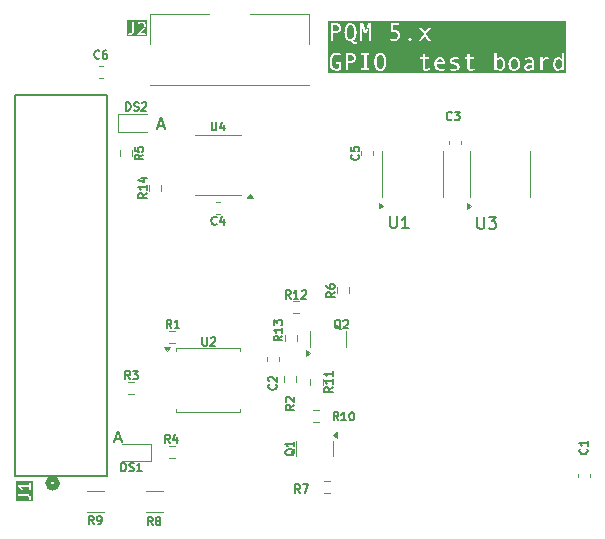
<source format=gbr>
%TF.GenerationSoftware,KiCad,Pcbnew,8.0.9-8.0.9-0~ubuntu22.04.1*%
%TF.CreationDate,2025-05-19T16:46:46-05:00*%
%TF.ProjectId,test_board,74657374-5f62-46f6-9172-642e6b696361,rev?*%
%TF.SameCoordinates,Original*%
%TF.FileFunction,Legend,Top*%
%TF.FilePolarity,Positive*%
%FSLAX46Y46*%
G04 Gerber Fmt 4.6, Leading zero omitted, Abs format (unit mm)*
G04 Created by KiCad (PCBNEW 8.0.9-8.0.9-0~ubuntu22.04.1) date 2025-05-19 16:46:46*
%MOMM*%
%LPD*%
G01*
G04 APERTURE LIST*
%ADD10C,0.200000*%
%ADD11C,0.300000*%
%ADD12C,0.150000*%
%ADD13C,0.120000*%
%ADD14C,0.152400*%
%ADD15C,0.508000*%
G04 APERTURE END LIST*
D10*
X128802054Y-54091504D02*
X129278244Y-54091504D01*
X128706816Y-54377219D02*
X129040149Y-53377219D01*
X129040149Y-53377219D02*
X129373482Y-54377219D01*
X125202054Y-80611504D02*
X125678244Y-80611504D01*
X125106816Y-80897219D02*
X125440149Y-79897219D01*
X125440149Y-79897219D02*
X125773482Y-80897219D01*
D11*
G36*
X147650970Y-48070840D02*
G01*
X147734108Y-48097131D01*
X147802131Y-48152635D01*
X147845665Y-48218071D01*
X147879525Y-48302203D01*
X147898571Y-48377571D01*
X147912176Y-48463456D01*
X147920339Y-48559858D01*
X147923060Y-48666775D01*
X147922757Y-48703538D01*
X147918222Y-48806824D01*
X147908246Y-48899606D01*
X147892827Y-48981885D01*
X147863804Y-49075250D01*
X147825107Y-49149943D01*
X147776736Y-49205962D01*
X147702667Y-49249727D01*
X147613482Y-49264316D01*
X147559403Y-49258996D01*
X147487751Y-49231069D01*
X147427460Y-49179205D01*
X147383405Y-49113007D01*
X147360713Y-49062120D01*
X147338559Y-48991847D01*
X147321944Y-48911528D01*
X147312329Y-48836920D01*
X147306560Y-48755336D01*
X147304637Y-48666775D01*
X147305335Y-48613375D01*
X147309605Y-48529755D01*
X147317757Y-48452862D01*
X147332664Y-48369468D01*
X147353160Y-48295760D01*
X147384138Y-48222009D01*
X147410699Y-48177786D01*
X147467165Y-48117073D01*
X147534759Y-48080645D01*
X147613482Y-48068503D01*
X147650970Y-48070840D01*
G37*
G36*
X152715311Y-48447394D02*
G01*
X152784124Y-48474142D01*
X152842599Y-48521695D01*
X152875457Y-48562064D01*
X152907142Y-48628370D01*
X152917704Y-48701580D01*
X152390872Y-48701580D01*
X152399298Y-48649465D01*
X152428424Y-48579192D01*
X152477334Y-48518398D01*
X152524887Y-48482270D01*
X152598389Y-48452491D01*
X152675903Y-48443660D01*
X152715311Y-48447394D01*
G37*
G36*
X157814825Y-48456820D02*
G01*
X157881250Y-48496302D01*
X157930666Y-48555034D01*
X157961601Y-48615004D01*
X157985838Y-48693143D01*
X157997991Y-48772089D01*
X158001374Y-48848492D01*
X157997815Y-48923157D01*
X157985033Y-49001748D01*
X157962954Y-49073149D01*
X157927002Y-49144881D01*
X157875919Y-49207864D01*
X157808570Y-49250203D01*
X157729532Y-49264316D01*
X157714864Y-49263804D01*
X157642489Y-49245884D01*
X157576392Y-49206064D01*
X157549485Y-49183142D01*
X157498877Y-49127026D01*
X157458789Y-49062083D01*
X157458789Y-48622812D01*
X157473180Y-48601118D01*
X157526615Y-48536210D01*
X157584818Y-48488448D01*
X157657175Y-48454857D01*
X157735760Y-48443660D01*
X157814825Y-48456820D01*
G37*
G36*
X158984063Y-48444671D02*
G01*
X159063290Y-48462645D01*
X159130495Y-48503089D01*
X159180701Y-48558698D01*
X159219840Y-48628446D01*
X159243877Y-48699252D01*
X159257793Y-48778347D01*
X159261667Y-48854354D01*
X159257758Y-48927003D01*
X159243716Y-49003848D01*
X159219461Y-49074098D01*
X159179968Y-49145247D01*
X159158627Y-49173154D01*
X159103913Y-49222339D01*
X159032243Y-49254897D01*
X158957951Y-49264316D01*
X158932033Y-49263285D01*
X158853264Y-49244967D01*
X158786231Y-49203751D01*
X158735935Y-49147079D01*
X158696973Y-49076378D01*
X158673044Y-49005892D01*
X158659191Y-48928218D01*
X158655334Y-48854354D01*
X158659139Y-48777275D01*
X158672803Y-48697470D01*
X158696405Y-48626504D01*
X158734836Y-48557233D01*
X158750368Y-48536936D01*
X158810188Y-48483699D01*
X158882388Y-48452643D01*
X158957951Y-48443660D01*
X158984063Y-48444671D01*
G37*
G36*
X160461877Y-49061716D02*
G01*
X160430301Y-49106000D01*
X160377870Y-49163325D01*
X160319361Y-49209727D01*
X160303974Y-49219483D01*
X160232166Y-49252321D01*
X160155230Y-49264316D01*
X160103761Y-49258700D01*
X160034696Y-49224382D01*
X160006120Y-49190980D01*
X159987801Y-49119968D01*
X159996992Y-49066936D01*
X160043489Y-49006395D01*
X160105313Y-48970491D01*
X160178677Y-48947777D01*
X160219402Y-48940637D01*
X160298199Y-48930132D01*
X160378702Y-48921471D01*
X160461877Y-48913705D01*
X160461877Y-49061716D01*
G37*
G36*
X162721818Y-48443812D02*
G01*
X162796402Y-48456005D01*
X162865169Y-48487707D01*
X162928121Y-48538918D01*
X162978433Y-48599731D01*
X162978433Y-49065013D01*
X162971014Y-49079954D01*
X162925676Y-49138286D01*
X162874951Y-49190440D01*
X162813569Y-49232808D01*
X162769262Y-49252008D01*
X162696332Y-49264316D01*
X162619813Y-49250506D01*
X162554983Y-49209076D01*
X162506189Y-49147445D01*
X162472363Y-49076547D01*
X162451589Y-49004866D01*
X162439562Y-48925033D01*
X162436214Y-48848492D01*
X162438828Y-48784350D01*
X162450449Y-48705719D01*
X162474634Y-48626674D01*
X162510586Y-48557599D01*
X162515308Y-48550589D01*
X162568116Y-48492729D01*
X162637940Y-48454787D01*
X162712086Y-48443660D01*
X162721818Y-48443812D01*
G37*
G36*
X145152098Y-48097427D02*
G01*
X145222600Y-48118998D01*
X145287069Y-48161193D01*
X145320889Y-48198333D01*
X145353501Y-48264176D01*
X145364371Y-48342177D01*
X145364092Y-48357076D01*
X145350680Y-48436537D01*
X145309604Y-48507720D01*
X145241145Y-48555728D01*
X145160671Y-48578431D01*
X145078241Y-48584344D01*
X144906416Y-48584344D01*
X144906416Y-48091950D01*
X145086301Y-48091950D01*
X145152098Y-48097427D01*
G37*
G36*
X145130383Y-45550840D02*
G01*
X145213522Y-45577131D01*
X145281544Y-45632635D01*
X145325079Y-45698071D01*
X145358939Y-45782203D01*
X145377985Y-45857571D01*
X145391590Y-45943456D01*
X145399752Y-46039858D01*
X145402473Y-46146775D01*
X145402171Y-46183538D01*
X145397636Y-46286824D01*
X145387660Y-46379606D01*
X145372241Y-46461885D01*
X145343218Y-46555250D01*
X145304521Y-46629943D01*
X145256149Y-46685962D01*
X145182081Y-46729727D01*
X145092896Y-46744316D01*
X145038817Y-46738996D01*
X144967165Y-46711069D01*
X144906874Y-46659205D01*
X144862819Y-46593007D01*
X144840127Y-46542120D01*
X144817973Y-46471847D01*
X144801358Y-46391528D01*
X144791743Y-46316920D01*
X144785973Y-46235336D01*
X144784050Y-46146775D01*
X144784749Y-46093375D01*
X144789019Y-46009755D01*
X144797171Y-45932862D01*
X144812078Y-45849468D01*
X144832574Y-45775760D01*
X144863551Y-45702009D01*
X144890113Y-45657786D01*
X144946579Y-45597073D01*
X145014173Y-45560645D01*
X145092896Y-45548503D01*
X145130383Y-45550840D01*
G37*
G36*
X143891805Y-45577427D02*
G01*
X143962307Y-45598998D01*
X144026775Y-45641193D01*
X144060595Y-45678333D01*
X144093208Y-45744176D01*
X144104078Y-45822177D01*
X144103799Y-45837076D01*
X144090387Y-45916537D01*
X144049311Y-45987720D01*
X143980852Y-46035728D01*
X143900378Y-46058431D01*
X143817948Y-46064344D01*
X143646123Y-46064344D01*
X143646123Y-45571950D01*
X143826008Y-45571950D01*
X143891805Y-45577427D01*
G37*
G36*
X163329381Y-49595114D02*
G01*
X143154125Y-49595114D01*
X143154125Y-48666775D01*
X143320792Y-48666775D01*
X143320937Y-48689844D01*
X143324432Y-48778661D01*
X143332586Y-48861949D01*
X143345401Y-48939707D01*
X143362874Y-49011935D01*
X143391269Y-49094444D01*
X143426945Y-49168313D01*
X143469902Y-49233541D01*
X143489133Y-49257143D01*
X143541995Y-49309486D01*
X143601690Y-49352312D01*
X143668219Y-49385621D01*
X143741581Y-49409413D01*
X143821777Y-49423688D01*
X143908806Y-49428447D01*
X143936153Y-49427913D01*
X144016632Y-49419906D01*
X144094766Y-49402290D01*
X144170556Y-49375066D01*
X144244002Y-49338234D01*
X144315104Y-49291793D01*
X144315104Y-48701580D01*
X143860812Y-48701580D01*
X143860812Y-48865711D01*
X144122397Y-48865711D01*
X144122397Y-49207529D01*
X144060023Y-49242133D01*
X143984020Y-49259824D01*
X143908440Y-49264316D01*
X143818280Y-49254979D01*
X143740141Y-49226969D01*
X143674024Y-49180287D01*
X143619928Y-49114931D01*
X143577853Y-49030902D01*
X143554186Y-48955625D01*
X143537281Y-48869846D01*
X143527138Y-48773562D01*
X143523757Y-48666775D01*
X143524598Y-48609736D01*
X143529734Y-48521283D01*
X143539539Y-48441094D01*
X143557468Y-48355777D01*
X143582120Y-48282361D01*
X143619378Y-48211751D01*
X143631713Y-48194405D01*
X143688694Y-48136210D01*
X143757903Y-48095921D01*
X143828490Y-48075357D01*
X143908440Y-48068503D01*
X143950686Y-48070060D01*
X144023405Y-48080278D01*
X144094582Y-48100033D01*
X144164215Y-48129325D01*
X144232306Y-48168154D01*
X144262513Y-48091950D01*
X144714075Y-48091950D01*
X144714075Y-48584344D01*
X144714075Y-49405000D01*
X144906416Y-49405000D01*
X144906416Y-48748475D01*
X145101688Y-48748475D01*
X145152304Y-48746706D01*
X145234985Y-48735098D01*
X145310164Y-48712655D01*
X145377839Y-48679379D01*
X145438011Y-48635268D01*
X145453627Y-48620774D01*
X145506017Y-48556843D01*
X145542287Y-48483387D01*
X145560800Y-48411299D01*
X145566971Y-48331919D01*
X145566845Y-48320205D01*
X145558888Y-48242640D01*
X145534639Y-48163483D01*
X145494225Y-48094446D01*
X145491828Y-48091950D01*
X146006242Y-48091950D01*
X146256835Y-48091950D01*
X146256835Y-49240868D01*
X146006242Y-49240868D01*
X146006242Y-49405000D01*
X146690244Y-49405000D01*
X146690244Y-49240868D01*
X146449176Y-49240868D01*
X146449176Y-48666775D01*
X147101671Y-48666775D01*
X147101799Y-48689710D01*
X147104864Y-48778055D01*
X147112017Y-48860974D01*
X147123257Y-48938465D01*
X147138584Y-49010530D01*
X147163490Y-49092980D01*
X147194784Y-49166951D01*
X147232463Y-49232442D01*
X147258095Y-49267470D01*
X147315600Y-49327190D01*
X147381425Y-49373129D01*
X147455571Y-49405286D01*
X147538037Y-49423662D01*
X147613115Y-49428447D01*
X147644059Y-49427680D01*
X147731222Y-49416174D01*
X147809884Y-49390860D01*
X147880046Y-49351739D01*
X147941707Y-49298811D01*
X147994867Y-49232076D01*
X148002914Y-49219612D01*
X148039316Y-49152258D01*
X148069332Y-49076515D01*
X148092961Y-48992382D01*
X148107266Y-48919034D01*
X148117484Y-48840318D01*
X148123615Y-48756231D01*
X148125659Y-48666775D01*
X148125531Y-48643796D01*
X148122457Y-48555285D01*
X148115284Y-48472223D01*
X148104013Y-48394611D01*
X148088643Y-48322449D01*
X148082750Y-48302976D01*
X150999054Y-48302976D01*
X150999054Y-48467107D01*
X151205317Y-48467107D01*
X151205317Y-49112274D01*
X151212616Y-49203359D01*
X151234512Y-49279006D01*
X151280055Y-49349404D01*
X151346619Y-49397571D01*
X151418146Y-49420728D01*
X151504270Y-49428447D01*
X151534265Y-49427787D01*
X151615351Y-49419572D01*
X151687617Y-49404683D01*
X151761110Y-49382607D01*
X151835830Y-49353342D01*
X151803224Y-49187745D01*
X151759757Y-49209804D01*
X151682870Y-49240088D01*
X151607722Y-49258259D01*
X151534312Y-49264316D01*
X151486673Y-49257257D01*
X151425136Y-49214124D01*
X151422679Y-49210944D01*
X151392845Y-49143747D01*
X151385202Y-49069776D01*
X151385202Y-48849958D01*
X152187173Y-48849958D01*
X152188487Y-48898673D01*
X152196516Y-48975643D01*
X152215784Y-49061042D01*
X152245563Y-49138842D01*
X152285851Y-49209042D01*
X152336650Y-49271643D01*
X152365573Y-49299665D01*
X152428384Y-49347442D01*
X152497816Y-49384193D01*
X152573868Y-49409918D01*
X152656541Y-49424619D01*
X152730491Y-49428447D01*
X152766086Y-49428002D01*
X152846562Y-49423509D01*
X152923426Y-49414178D01*
X152996678Y-49400008D01*
X153075973Y-49377889D01*
X153043733Y-49214124D01*
X153033336Y-49217212D01*
X152961782Y-49236083D01*
X152882624Y-49251768D01*
X152806260Y-49261179D01*
X152732690Y-49264316D01*
X152678658Y-49260258D01*
X152603648Y-49238958D01*
X152535883Y-49199400D01*
X152481730Y-49148911D01*
X152437011Y-49087797D01*
X152405068Y-49020225D01*
X152385903Y-48946197D01*
X152379515Y-48865711D01*
X153116273Y-48865711D01*
X153116273Y-48803796D01*
X153111765Y-48718191D01*
X153098241Y-48639155D01*
X153083813Y-48592770D01*
X153512313Y-48592770D01*
X153516177Y-48640975D01*
X153539790Y-48713304D01*
X153566227Y-48754522D01*
X153619658Y-48805628D01*
X153663434Y-48833739D01*
X153731765Y-48863513D01*
X153770514Y-48875913D01*
X153844700Y-48899043D01*
X153916413Y-48921032D01*
X153969324Y-48938137D01*
X154039877Y-48965729D01*
X154106922Y-49007494D01*
X154122197Y-49025439D01*
X154146123Y-49097254D01*
X154123582Y-49168415D01*
X154066256Y-49218154D01*
X154005373Y-49244435D01*
X153932541Y-49259808D01*
X153855963Y-49264316D01*
X153780469Y-49259553D01*
X153705662Y-49245265D01*
X153631542Y-49221451D01*
X153558108Y-49188112D01*
X153522205Y-49352609D01*
X153548849Y-49366162D01*
X153625190Y-49395786D01*
X153698300Y-49413931D01*
X153777300Y-49424818D01*
X153862191Y-49428447D01*
X153899563Y-49427642D01*
X153981982Y-49419502D01*
X154057704Y-49402597D01*
X154126729Y-49376927D01*
X154197414Y-49336856D01*
X154242610Y-49300002D01*
X154292871Y-49235834D01*
X154322092Y-49161001D01*
X154330404Y-49085530D01*
X154322676Y-49013547D01*
X154295233Y-48942281D01*
X154251819Y-48885220D01*
X154191186Y-48837868D01*
X154154320Y-48817031D01*
X154084061Y-48785710D01*
X154014598Y-48761664D01*
X153861824Y-48713670D01*
X153794556Y-48690246D01*
X153726636Y-48652121D01*
X153694396Y-48583611D01*
X153710174Y-48530636D01*
X153766203Y-48482861D01*
X153816593Y-48462188D01*
X153891606Y-48447488D01*
X153966238Y-48443660D01*
X154003660Y-48444894D01*
X154082528Y-48454769D01*
X154158099Y-48472099D01*
X154228921Y-48494218D01*
X154271053Y-48330087D01*
X154198076Y-48310387D01*
X154162871Y-48302976D01*
X154779933Y-48302976D01*
X154779933Y-48467107D01*
X154986196Y-48467107D01*
X154986196Y-49112274D01*
X154993495Y-49203359D01*
X155015391Y-49279006D01*
X155060935Y-49349404D01*
X155127498Y-49397571D01*
X155199025Y-49420728D01*
X155285150Y-49428447D01*
X155315144Y-49427787D01*
X155396231Y-49419572D01*
X155468496Y-49404683D01*
X155541989Y-49382607D01*
X155616709Y-49353342D01*
X155584103Y-49187745D01*
X155540636Y-49209804D01*
X155463749Y-49240088D01*
X155388601Y-49258259D01*
X155315191Y-49264316D01*
X155267553Y-49257257D01*
X155206015Y-49214124D01*
X155203558Y-49210944D01*
X155173725Y-49143747D01*
X155166081Y-49069776D01*
X155166081Y-48622812D01*
X157274874Y-48622812D01*
X157274874Y-49062083D01*
X157274874Y-49405000D01*
X157458789Y-49405000D01*
X157458789Y-49271643D01*
X157462820Y-49277973D01*
X157515693Y-49332585D01*
X157578590Y-49375324D01*
X157624317Y-49398565D01*
X157696084Y-49420976D01*
X157771664Y-49428447D01*
X157829962Y-49424297D01*
X157905118Y-49404542D01*
X157972735Y-49368518D01*
X158032814Y-49316225D01*
X158078311Y-49258454D01*
X158098738Y-49225797D01*
X158133566Y-49156193D01*
X158160356Y-49080871D01*
X158179110Y-48999830D01*
X158189826Y-48913070D01*
X158192056Y-48851789D01*
X158462993Y-48851789D01*
X158463056Y-48854354D01*
X158464165Y-48899604D01*
X158471328Y-48975346D01*
X158488519Y-49059718D01*
X158515086Y-49136981D01*
X158551029Y-49207134D01*
X158596350Y-49270177D01*
X158613433Y-49289343D01*
X158669096Y-49339420D01*
X158731379Y-49378369D01*
X158800283Y-49406190D01*
X158875807Y-49422883D01*
X158957951Y-49428447D01*
X158985980Y-49427826D01*
X159065685Y-49418509D01*
X159138822Y-49398013D01*
X159205390Y-49366337D01*
X159265390Y-49323481D01*
X159318820Y-49269445D01*
X159350247Y-49228137D01*
X159389531Y-49160337D01*
X159407836Y-49114473D01*
X159795460Y-49114473D01*
X159795578Y-49119968D01*
X159795829Y-49131586D01*
X159808752Y-49211227D01*
X159840136Y-49280994D01*
X159889982Y-49340886D01*
X159901958Y-49351489D01*
X159965270Y-49394243D01*
X160034307Y-49419896D01*
X160109068Y-49428447D01*
X160138858Y-49427731D01*
X160222458Y-49416998D01*
X160297402Y-49393385D01*
X160363691Y-49356891D01*
X160421325Y-49307518D01*
X160470303Y-49245265D01*
X160470390Y-49255162D01*
X160476610Y-49329759D01*
X160492651Y-49405000D01*
X160676200Y-49405000D01*
X160669159Y-49374065D01*
X160655663Y-49294523D01*
X160648534Y-49220245D01*
X160646158Y-49143415D01*
X160646158Y-48680697D01*
X160645788Y-48656016D01*
X160636918Y-48565126D01*
X160616222Y-48486773D01*
X160573719Y-48406461D01*
X160512738Y-48345737D01*
X160433277Y-48304602D01*
X160426630Y-48302976D01*
X161170059Y-48302976D01*
X161170059Y-49405000D01*
X161353241Y-49405000D01*
X161353241Y-48836402D01*
X162243872Y-48836402D01*
X162244120Y-48848492D01*
X162244838Y-48883580D01*
X162250742Y-48958791D01*
X162264910Y-49043399D01*
X162286806Y-49121851D01*
X162316430Y-49194147D01*
X162353782Y-49260286D01*
X162382518Y-49299698D01*
X162438868Y-49356026D01*
X162502932Y-49396260D01*
X162574709Y-49420400D01*
X162654200Y-49428447D01*
X162706270Y-49425058D01*
X162781798Y-49407266D01*
X162854235Y-49374225D01*
X162860102Y-49370819D01*
X162924710Y-49327652D01*
X162978433Y-49271277D01*
X162978433Y-49405000D01*
X163162714Y-49405000D01*
X163162714Y-47927819D01*
X162978433Y-47927819D01*
X162978433Y-48420212D01*
X162942832Y-48379683D01*
X162884546Y-48334483D01*
X162816408Y-48302747D01*
X162738417Y-48284474D01*
X162663726Y-48279528D01*
X162617284Y-48282013D01*
X162541712Y-48298317D01*
X162473398Y-48329838D01*
X162412342Y-48376576D01*
X162358545Y-48438531D01*
X162344658Y-48458675D01*
X162308376Y-48522886D01*
X162280155Y-48592764D01*
X162259998Y-48668310D01*
X162247904Y-48749522D01*
X162243872Y-48836402D01*
X161353241Y-48836402D01*
X161353241Y-48689856D01*
X161365396Y-48668240D01*
X161408562Y-48605593D01*
X161419025Y-48591280D01*
X161470236Y-48532916D01*
X161529462Y-48485792D01*
X161587265Y-48456990D01*
X161662819Y-48443660D01*
X161712850Y-48451066D01*
X161783467Y-48479505D01*
X161851130Y-48519497D01*
X161926235Y-48357198D01*
X161894745Y-48338994D01*
X161824017Y-48306910D01*
X161753464Y-48287113D01*
X161675275Y-48279528D01*
X161599322Y-48286574D01*
X161519793Y-48312602D01*
X161450047Y-48357810D01*
X161398050Y-48411825D01*
X161353241Y-48479930D01*
X161353241Y-48302976D01*
X161170059Y-48302976D01*
X160426630Y-48302976D01*
X160356404Y-48285797D01*
X160267704Y-48279528D01*
X160231495Y-48280398D01*
X160156971Y-48287353D01*
X160079640Y-48301263D01*
X159999500Y-48322129D01*
X159916553Y-48349950D01*
X159845286Y-48378447D01*
X159894745Y-48543311D01*
X159924734Y-48527155D01*
X159992803Y-48496304D01*
X160065104Y-48471137D01*
X160139256Y-48452354D01*
X160216046Y-48443660D01*
X160231171Y-48443918D01*
X160311834Y-48456335D01*
X160384094Y-48494360D01*
X160432828Y-48557735D01*
X160455875Y-48632232D01*
X160461877Y-48708541D01*
X160461877Y-48749207D01*
X160292616Y-48762763D01*
X160226159Y-48769161D01*
X160151938Y-48780366D01*
X160079759Y-48796835D01*
X160063154Y-48801598D01*
X159991627Y-48828085D01*
X159925886Y-48864246D01*
X159872541Y-48908596D01*
X159828433Y-48969759D01*
X159803703Y-49037445D01*
X159795460Y-49114473D01*
X159407836Y-49114473D01*
X159419387Y-49085530D01*
X159439815Y-49003716D01*
X159449636Y-48930186D01*
X159452909Y-48851789D01*
X159451731Y-48804570D01*
X159444529Y-48729721D01*
X159427244Y-48646255D01*
X159400531Y-48569718D01*
X159364390Y-48500110D01*
X159318820Y-48437431D01*
X159301740Y-48418310D01*
X159246120Y-48368349D01*
X159183931Y-48329490D01*
X159115173Y-48301734D01*
X159039847Y-48285080D01*
X158957951Y-48279528D01*
X158929922Y-48280144D01*
X158850194Y-48289375D01*
X158777010Y-48309682D01*
X158710369Y-48341066D01*
X158650271Y-48383527D01*
X158596716Y-48437065D01*
X158565375Y-48478006D01*
X158526198Y-48545257D01*
X158496424Y-48619515D01*
X158476052Y-48700779D01*
X158466258Y-48773851D01*
X158462993Y-48851789D01*
X158192056Y-48851789D01*
X158192616Y-48836402D01*
X158192197Y-48805721D01*
X158187480Y-48732235D01*
X158174900Y-48650121D01*
X158154773Y-48574627D01*
X158127098Y-48505753D01*
X158085272Y-48433768D01*
X158057085Y-48397618D01*
X158001255Y-48345954D01*
X157937152Y-48309051D01*
X157864773Y-48286909D01*
X157784120Y-48279528D01*
X157732898Y-48282436D01*
X157658383Y-48297704D01*
X157586650Y-48326057D01*
X157580846Y-48328943D01*
X157516015Y-48366589D01*
X157458789Y-48419113D01*
X157458789Y-47927819D01*
X157274874Y-47927819D01*
X157274874Y-48622812D01*
X155166081Y-48622812D01*
X155166081Y-48467107D01*
X155530980Y-48467107D01*
X155530980Y-48302976D01*
X155166081Y-48302976D01*
X155166081Y-47998161D01*
X154986196Y-47998161D01*
X154986196Y-48302976D01*
X154779933Y-48302976D01*
X154162871Y-48302976D01*
X154119268Y-48293797D01*
X154045360Y-48283528D01*
X153968070Y-48279528D01*
X153942824Y-48279858D01*
X153859308Y-48286194D01*
X153783331Y-48300594D01*
X153705730Y-48326927D01*
X153637976Y-48363792D01*
X153601774Y-48391504D01*
X153552073Y-48448913D01*
X153522253Y-48516002D01*
X153512313Y-48592770D01*
X153083813Y-48592770D01*
X153075701Y-48566688D01*
X153038009Y-48490445D01*
X152988046Y-48423143D01*
X152955101Y-48389484D01*
X152892738Y-48341378D01*
X152824379Y-48307017D01*
X152750025Y-48286401D01*
X152669675Y-48279528D01*
X152592361Y-48284990D01*
X152520611Y-48301373D01*
X152443935Y-48334291D01*
X152374832Y-48382076D01*
X152321629Y-48434867D01*
X152290116Y-48475333D01*
X152250725Y-48542150D01*
X152220787Y-48616309D01*
X152200304Y-48697809D01*
X152199799Y-48701580D01*
X152190456Y-48771334D01*
X152187173Y-48849958D01*
X151385202Y-48849958D01*
X151385202Y-48467107D01*
X151750101Y-48467107D01*
X151750101Y-48302976D01*
X151385202Y-48302976D01*
X151385202Y-47998161D01*
X151205317Y-47998161D01*
X151205317Y-48302976D01*
X150999054Y-48302976D01*
X148082750Y-48302976D01*
X148063666Y-48239910D01*
X148032285Y-48165885D01*
X147994501Y-48100376D01*
X147968924Y-48065348D01*
X147911454Y-48005628D01*
X147845560Y-47959689D01*
X147771242Y-47927532D01*
X147688501Y-47909157D01*
X147613115Y-47904371D01*
X147582304Y-47905140D01*
X147495467Y-47916668D01*
X147417027Y-47942028D01*
X147346986Y-47981222D01*
X147285342Y-48034249D01*
X147232096Y-48101109D01*
X147224072Y-48113551D01*
X147187772Y-48180828D01*
X147157840Y-48256548D01*
X147134277Y-48340711D01*
X147120012Y-48414122D01*
X147109822Y-48492936D01*
X147103709Y-48577154D01*
X147101671Y-48666775D01*
X146449176Y-48666775D01*
X146449176Y-48091950D01*
X146690244Y-48091950D01*
X146690244Y-47927819D01*
X146006242Y-47927819D01*
X146006242Y-48091950D01*
X145491828Y-48091950D01*
X145437644Y-48035530D01*
X145395173Y-48004500D01*
X145328800Y-47969893D01*
X145254363Y-47945595D01*
X145171861Y-47931605D01*
X145094727Y-47927819D01*
X144714075Y-47927819D01*
X144714075Y-48091950D01*
X144262513Y-48091950D01*
X144296786Y-48005488D01*
X144263507Y-47985114D01*
X144193517Y-47953138D01*
X144119466Y-47930383D01*
X144067121Y-47919003D01*
X143988090Y-47908029D01*
X143908440Y-47904371D01*
X143871718Y-47905160D01*
X143785171Y-47914031D01*
X143706138Y-47932759D01*
X143634618Y-47961344D01*
X143570612Y-47999785D01*
X143514119Y-48048083D01*
X143465139Y-48106238D01*
X143456258Y-48118986D01*
X143416083Y-48187339D01*
X143382957Y-48263385D01*
X143356878Y-48347123D01*
X143341090Y-48419651D01*
X143329813Y-48497103D01*
X143323047Y-48579478D01*
X143320792Y-48666775D01*
X143154125Y-48666775D01*
X143154125Y-45571950D01*
X143453782Y-45571950D01*
X143453782Y-46064344D01*
X143453782Y-46885000D01*
X143646123Y-46885000D01*
X143646123Y-46228475D01*
X143841395Y-46228475D01*
X143892011Y-46226706D01*
X143974692Y-46215098D01*
X144049871Y-46192655D01*
X144117546Y-46159379D01*
X144134739Y-46146775D01*
X144581085Y-46146775D01*
X144581212Y-46169710D01*
X144584278Y-46258055D01*
X144591430Y-46340974D01*
X144602670Y-46418465D01*
X144617998Y-46490530D01*
X144642904Y-46572980D01*
X144674197Y-46646951D01*
X144711877Y-46712442D01*
X144737509Y-46747470D01*
X144795014Y-46807190D01*
X144860839Y-46853129D01*
X144934985Y-46885286D01*
X145017451Y-46903662D01*
X145092529Y-46908447D01*
X145152247Y-46902951D01*
X145156579Y-46917715D01*
X145189483Y-46996455D01*
X145234236Y-47058322D01*
X145301425Y-47109174D01*
X145371853Y-47134484D01*
X145454131Y-47142920D01*
X145493836Y-47141395D01*
X145570738Y-47130469D01*
X145645373Y-47111046D01*
X145610202Y-46952044D01*
X145547751Y-46969360D01*
X145470617Y-46978789D01*
X145420665Y-46968414D01*
X145366419Y-46916796D01*
X145353857Y-46885000D01*
X145887906Y-46885000D01*
X146074019Y-46885000D01*
X146074019Y-45695415D01*
X146273688Y-46228475D01*
X146449542Y-46228475D01*
X146649211Y-45695415D01*
X146649211Y-46885000D01*
X146835690Y-46885000D01*
X146835690Y-46832243D01*
X148461249Y-46832243D01*
X148487894Y-46845861D01*
X148563577Y-46875629D01*
X148635322Y-46893861D01*
X148712221Y-46904800D01*
X148794274Y-46908447D01*
X148856752Y-46905003D01*
X148939114Y-46888612D01*
X149015514Y-46858721D01*
X149085954Y-46815332D01*
X149141587Y-46767397D01*
X149143897Y-46764832D01*
X149991186Y-46764832D01*
X149995121Y-46800087D01*
X150031486Y-46866315D01*
X150058548Y-46888533D01*
X150129672Y-46908447D01*
X150164748Y-46904332D01*
X150197585Y-46885000D01*
X150890244Y-46885000D01*
X151089912Y-46885000D01*
X151381905Y-46478702D01*
X151662906Y-46885000D01*
X151872833Y-46885000D01*
X151484487Y-46328492D01*
X151873199Y-45782976D01*
X151673164Y-45782976D01*
X151385935Y-46188907D01*
X151103468Y-45782976D01*
X150890244Y-45782976D01*
X151280788Y-46336919D01*
X150890244Y-46885000D01*
X150197585Y-46885000D01*
X150229323Y-46866315D01*
X150250961Y-46838144D01*
X150270355Y-46764832D01*
X150267139Y-46733543D01*
X150229689Y-46667013D01*
X150202448Y-46645954D01*
X150129672Y-46627079D01*
X150098325Y-46630180D01*
X150031120Y-46666280D01*
X150010061Y-46692748D01*
X149991186Y-46764832D01*
X149143897Y-46764832D01*
X149182644Y-46721807D01*
X149228433Y-46652902D01*
X149260582Y-46578072D01*
X149279092Y-46497316D01*
X149284103Y-46423381D01*
X149282185Y-46376016D01*
X149269600Y-46297923D01*
X149245270Y-46225930D01*
X149209193Y-46160038D01*
X149161371Y-46100247D01*
X149120852Y-46062885D01*
X149056854Y-46021216D01*
X148984370Y-45991959D01*
X148903402Y-45975114D01*
X148827247Y-45970554D01*
X148777513Y-45972564D01*
X148701950Y-45984842D01*
X148701950Y-45571950D01*
X149219256Y-45571950D01*
X149219256Y-45407819D01*
X148530858Y-45407819D01*
X148530858Y-46110139D01*
X148642965Y-46158866D01*
X148665107Y-46153198D01*
X148742244Y-46139314D01*
X148818820Y-46134685D01*
X148874553Y-46139425D01*
X148948021Y-46164309D01*
X149009330Y-46210523D01*
X149018291Y-46220217D01*
X149057245Y-46282848D01*
X149077481Y-46353459D01*
X149083335Y-46428143D01*
X149083027Y-46446658D01*
X149074028Y-46523490D01*
X149049412Y-46596419D01*
X149004567Y-46661517D01*
X148944821Y-46708657D01*
X148873387Y-46736230D01*
X148798304Y-46744316D01*
X148724756Y-46739576D01*
X148650659Y-46725356D01*
X148576012Y-46701657D01*
X148500816Y-46668478D01*
X148461249Y-46832243D01*
X146835690Y-46832243D01*
X146835690Y-45407819D01*
X146596454Y-45407819D01*
X146362348Y-46043827D01*
X146127142Y-45407819D01*
X145887906Y-45407819D01*
X145887906Y-46885000D01*
X145353857Y-46885000D01*
X145339092Y-46847630D01*
X145355456Y-46837320D01*
X145415718Y-46788631D01*
X145467667Y-46728024D01*
X145511304Y-46655498D01*
X145546630Y-46571054D01*
X145567669Y-46499899D01*
X145584033Y-46422041D01*
X145595722Y-46337478D01*
X145602735Y-46246212D01*
X145605073Y-46148241D01*
X145604945Y-46125216D01*
X145601871Y-46036530D01*
X145594698Y-45953305D01*
X145583427Y-45875542D01*
X145568056Y-45803239D01*
X145543080Y-45720541D01*
X145511699Y-45646375D01*
X145473914Y-45580743D01*
X145448338Y-45545649D01*
X145390867Y-45485817D01*
X145324973Y-45439793D01*
X145250656Y-45407575D01*
X145167915Y-45389166D01*
X145092529Y-45384371D01*
X145061717Y-45385140D01*
X144974880Y-45396668D01*
X144896441Y-45422028D01*
X144826400Y-45461222D01*
X144764756Y-45514249D01*
X144711510Y-45581109D01*
X144703486Y-45593551D01*
X144667186Y-45660828D01*
X144637254Y-45736548D01*
X144613691Y-45820711D01*
X144599426Y-45894122D01*
X144589236Y-45972936D01*
X144583123Y-46057154D01*
X144581085Y-46146775D01*
X144134739Y-46146775D01*
X144177718Y-46115268D01*
X144193334Y-46100774D01*
X144245724Y-46036843D01*
X144281994Y-45963387D01*
X144300507Y-45891299D01*
X144306678Y-45811919D01*
X144306552Y-45800205D01*
X144298595Y-45722640D01*
X144274346Y-45643483D01*
X144233932Y-45574446D01*
X144177351Y-45515530D01*
X144134879Y-45484500D01*
X144068507Y-45449893D01*
X143994070Y-45425595D01*
X143911568Y-45411605D01*
X143834434Y-45407819D01*
X143453782Y-45407819D01*
X143453782Y-45571950D01*
X143154125Y-45571950D01*
X143154125Y-45217704D01*
X163329381Y-45217704D01*
X163329381Y-49595114D01*
G37*
D12*
X144250403Y-71310732D02*
X144183736Y-71277398D01*
X144183736Y-71277398D02*
X144117070Y-71210732D01*
X144117070Y-71210732D02*
X144017070Y-71110732D01*
X144017070Y-71110732D02*
X143950403Y-71077398D01*
X143950403Y-71077398D02*
X143883736Y-71077398D01*
X143917070Y-71244065D02*
X143850403Y-71210732D01*
X143850403Y-71210732D02*
X143783736Y-71144065D01*
X143783736Y-71144065D02*
X143750403Y-71010732D01*
X143750403Y-71010732D02*
X143750403Y-70777398D01*
X143750403Y-70777398D02*
X143783736Y-70644065D01*
X143783736Y-70644065D02*
X143850403Y-70577398D01*
X143850403Y-70577398D02*
X143917070Y-70544065D01*
X143917070Y-70544065D02*
X144050403Y-70544065D01*
X144050403Y-70544065D02*
X144117070Y-70577398D01*
X144117070Y-70577398D02*
X144183736Y-70644065D01*
X144183736Y-70644065D02*
X144217070Y-70777398D01*
X144217070Y-70777398D02*
X144217070Y-71010732D01*
X144217070Y-71010732D02*
X144183736Y-71144065D01*
X144183736Y-71144065D02*
X144117070Y-71210732D01*
X144117070Y-71210732D02*
X144050403Y-71244065D01*
X144050403Y-71244065D02*
X143917070Y-71244065D01*
X144483736Y-70610732D02*
X144517069Y-70577398D01*
X144517069Y-70577398D02*
X144583736Y-70544065D01*
X144583736Y-70544065D02*
X144750403Y-70544065D01*
X144750403Y-70544065D02*
X144817069Y-70577398D01*
X144817069Y-70577398D02*
X144850403Y-70610732D01*
X144850403Y-70610732D02*
X144883736Y-70677398D01*
X144883736Y-70677398D02*
X144883736Y-70744065D01*
X144883736Y-70744065D02*
X144850403Y-70844065D01*
X144850403Y-70844065D02*
X144450403Y-71244065D01*
X144450403Y-71244065D02*
X144883736Y-71244065D01*
X129923333Y-71236033D02*
X129690000Y-70902700D01*
X129523333Y-71236033D02*
X129523333Y-70536033D01*
X129523333Y-70536033D02*
X129790000Y-70536033D01*
X129790000Y-70536033D02*
X129856667Y-70569366D01*
X129856667Y-70569366D02*
X129890000Y-70602700D01*
X129890000Y-70602700D02*
X129923333Y-70669366D01*
X129923333Y-70669366D02*
X129923333Y-70769366D01*
X129923333Y-70769366D02*
X129890000Y-70836033D01*
X129890000Y-70836033D02*
X129856667Y-70869366D01*
X129856667Y-70869366D02*
X129790000Y-70902700D01*
X129790000Y-70902700D02*
X129523333Y-70902700D01*
X130590000Y-71236033D02*
X130190000Y-71236033D01*
X130390000Y-71236033D02*
X130390000Y-70536033D01*
X130390000Y-70536033D02*
X130323333Y-70636033D01*
X130323333Y-70636033D02*
X130256667Y-70702700D01*
X130256667Y-70702700D02*
X130190000Y-70736033D01*
X132556666Y-71996033D02*
X132556666Y-72562700D01*
X132556666Y-72562700D02*
X132590000Y-72629366D01*
X132590000Y-72629366D02*
X132623333Y-72662700D01*
X132623333Y-72662700D02*
X132690000Y-72696033D01*
X132690000Y-72696033D02*
X132823333Y-72696033D01*
X132823333Y-72696033D02*
X132890000Y-72662700D01*
X132890000Y-72662700D02*
X132923333Y-72629366D01*
X132923333Y-72629366D02*
X132956666Y-72562700D01*
X132956666Y-72562700D02*
X132956666Y-71996033D01*
X133256666Y-72062700D02*
X133289999Y-72029366D01*
X133289999Y-72029366D02*
X133356666Y-71996033D01*
X133356666Y-71996033D02*
X133523333Y-71996033D01*
X133523333Y-71996033D02*
X133589999Y-72029366D01*
X133589999Y-72029366D02*
X133623333Y-72062700D01*
X133623333Y-72062700D02*
X133656666Y-72129366D01*
X133656666Y-72129366D02*
X133656666Y-72196033D01*
X133656666Y-72196033D02*
X133623333Y-72296033D01*
X133623333Y-72296033D02*
X133223333Y-72696033D01*
X133223333Y-72696033D02*
X133656666Y-72696033D01*
G36*
X118170930Y-85888955D02*
G01*
X116798708Y-85888955D01*
X116798708Y-85308701D01*
X116911260Y-85308701D01*
X116911260Y-85337965D01*
X116922459Y-85365001D01*
X116943151Y-85385693D01*
X116970187Y-85396892D01*
X116984819Y-85398333D01*
X117686934Y-85398333D01*
X117801447Y-85436504D01*
X117871648Y-85506704D01*
X117909819Y-85621217D01*
X117909819Y-85704285D01*
X117911260Y-85718917D01*
X117922459Y-85745953D01*
X117943151Y-85766645D01*
X117970187Y-85777844D01*
X117999451Y-85777844D01*
X118026487Y-85766645D01*
X118047179Y-85745953D01*
X118058378Y-85718917D01*
X118059819Y-85704285D01*
X118059819Y-85609047D01*
X118059089Y-85601640D01*
X118059230Y-85599666D01*
X118058639Y-85597068D01*
X118058378Y-85594415D01*
X118057619Y-85592584D01*
X118055970Y-85585329D01*
X118008351Y-85442473D01*
X118002357Y-85429047D01*
X118000592Y-85427012D01*
X117999561Y-85424522D01*
X117990233Y-85413157D01*
X117894994Y-85317919D01*
X117883628Y-85308591D01*
X117881137Y-85307559D01*
X117879103Y-85305795D01*
X117865678Y-85299801D01*
X117722821Y-85252182D01*
X117715567Y-85250532D01*
X117713736Y-85249774D01*
X117711081Y-85249512D01*
X117708484Y-85248922D01*
X117706509Y-85249062D01*
X117699104Y-85248333D01*
X116984819Y-85248333D01*
X116970187Y-85249774D01*
X116943151Y-85260973D01*
X116922459Y-85281665D01*
X116911260Y-85308701D01*
X116798708Y-85308701D01*
X116798708Y-84609126D01*
X116909819Y-84609126D01*
X116911260Y-84616330D01*
X116911260Y-84623679D01*
X116914101Y-84630539D01*
X116915558Y-84637820D01*
X116919646Y-84643925D01*
X116922459Y-84650715D01*
X116927709Y-84655965D01*
X116931841Y-84662135D01*
X116943099Y-84671355D01*
X116943151Y-84671407D01*
X116943173Y-84671416D01*
X116943216Y-84671451D01*
X117079894Y-84762569D01*
X117161275Y-84843950D01*
X117203451Y-84928302D01*
X117211283Y-84940745D01*
X117233391Y-84959918D01*
X117261152Y-84969172D01*
X117290342Y-84967098D01*
X117316517Y-84954010D01*
X117335690Y-84931903D01*
X117344944Y-84904141D01*
X117342870Y-84874951D01*
X117337615Y-84861220D01*
X117289996Y-84765982D01*
X117286033Y-84759687D01*
X117285275Y-84757855D01*
X117283583Y-84755793D01*
X117282164Y-84753539D01*
X117280667Y-84752240D01*
X117275947Y-84746490D01*
X117213504Y-84684047D01*
X117909819Y-84684047D01*
X117909819Y-84894761D01*
X117911260Y-84909393D01*
X117922459Y-84936429D01*
X117943151Y-84957121D01*
X117970187Y-84968320D01*
X117999451Y-84968320D01*
X118026487Y-84957121D01*
X118047179Y-84936429D01*
X118058378Y-84909393D01*
X118059819Y-84894761D01*
X118059819Y-84323333D01*
X118058378Y-84308701D01*
X118047179Y-84281665D01*
X118026487Y-84260973D01*
X117999451Y-84249774D01*
X117970187Y-84249774D01*
X117943151Y-84260973D01*
X117922459Y-84281665D01*
X117911260Y-84308701D01*
X117909819Y-84323333D01*
X117909819Y-84534047D01*
X116984819Y-84534047D01*
X116984766Y-84534052D01*
X116984740Y-84534047D01*
X116984663Y-84534062D01*
X116970187Y-84535488D01*
X116963326Y-84538329D01*
X116956046Y-84539786D01*
X116949940Y-84543874D01*
X116943151Y-84546687D01*
X116937900Y-84551937D01*
X116931731Y-84556069D01*
X116927654Y-84562183D01*
X116922459Y-84567379D01*
X116919617Y-84574239D01*
X116915498Y-84580418D01*
X116914072Y-84587626D01*
X116911260Y-84594415D01*
X116911260Y-84601841D01*
X116909819Y-84609126D01*
X116798708Y-84609126D01*
X116798708Y-84138663D01*
X118170930Y-84138663D01*
X118170930Y-85888955D01*
G37*
X126079999Y-52806033D02*
X126079999Y-52106033D01*
X126079999Y-52106033D02*
X126246666Y-52106033D01*
X126246666Y-52106033D02*
X126346666Y-52139366D01*
X126346666Y-52139366D02*
X126413333Y-52206033D01*
X126413333Y-52206033D02*
X126446666Y-52272700D01*
X126446666Y-52272700D02*
X126479999Y-52406033D01*
X126479999Y-52406033D02*
X126479999Y-52506033D01*
X126479999Y-52506033D02*
X126446666Y-52639366D01*
X126446666Y-52639366D02*
X126413333Y-52706033D01*
X126413333Y-52706033D02*
X126346666Y-52772700D01*
X126346666Y-52772700D02*
X126246666Y-52806033D01*
X126246666Y-52806033D02*
X126079999Y-52806033D01*
X126746666Y-52772700D02*
X126846666Y-52806033D01*
X126846666Y-52806033D02*
X127013333Y-52806033D01*
X127013333Y-52806033D02*
X127079999Y-52772700D01*
X127079999Y-52772700D02*
X127113333Y-52739366D01*
X127113333Y-52739366D02*
X127146666Y-52672700D01*
X127146666Y-52672700D02*
X127146666Y-52606033D01*
X127146666Y-52606033D02*
X127113333Y-52539366D01*
X127113333Y-52539366D02*
X127079999Y-52506033D01*
X127079999Y-52506033D02*
X127013333Y-52472700D01*
X127013333Y-52472700D02*
X126879999Y-52439366D01*
X126879999Y-52439366D02*
X126813333Y-52406033D01*
X126813333Y-52406033D02*
X126779999Y-52372700D01*
X126779999Y-52372700D02*
X126746666Y-52306033D01*
X126746666Y-52306033D02*
X126746666Y-52239366D01*
X126746666Y-52239366D02*
X126779999Y-52172700D01*
X126779999Y-52172700D02*
X126813333Y-52139366D01*
X126813333Y-52139366D02*
X126879999Y-52106033D01*
X126879999Y-52106033D02*
X127046666Y-52106033D01*
X127046666Y-52106033D02*
X127146666Y-52139366D01*
X127413333Y-52172700D02*
X127446666Y-52139366D01*
X127446666Y-52139366D02*
X127513333Y-52106033D01*
X127513333Y-52106033D02*
X127680000Y-52106033D01*
X127680000Y-52106033D02*
X127746666Y-52139366D01*
X127746666Y-52139366D02*
X127780000Y-52172700D01*
X127780000Y-52172700D02*
X127813333Y-52239366D01*
X127813333Y-52239366D02*
X127813333Y-52306033D01*
X127813333Y-52306033D02*
X127780000Y-52406033D01*
X127780000Y-52406033D02*
X127380000Y-52806033D01*
X127380000Y-52806033D02*
X127813333Y-52806033D01*
X133748333Y-62414366D02*
X133715000Y-62447700D01*
X133715000Y-62447700D02*
X133615000Y-62481033D01*
X133615000Y-62481033D02*
X133548333Y-62481033D01*
X133548333Y-62481033D02*
X133448333Y-62447700D01*
X133448333Y-62447700D02*
X133381667Y-62381033D01*
X133381667Y-62381033D02*
X133348333Y-62314366D01*
X133348333Y-62314366D02*
X133315000Y-62181033D01*
X133315000Y-62181033D02*
X133315000Y-62081033D01*
X133315000Y-62081033D02*
X133348333Y-61947700D01*
X133348333Y-61947700D02*
X133381667Y-61881033D01*
X133381667Y-61881033D02*
X133448333Y-61814366D01*
X133448333Y-61814366D02*
X133548333Y-61781033D01*
X133548333Y-61781033D02*
X133615000Y-61781033D01*
X133615000Y-61781033D02*
X133715000Y-61814366D01*
X133715000Y-61814366D02*
X133748333Y-61847700D01*
X134348333Y-62014366D02*
X134348333Y-62481033D01*
X134181667Y-61747700D02*
X134015000Y-62247700D01*
X134015000Y-62247700D02*
X134448333Y-62247700D01*
X125689999Y-83336033D02*
X125689999Y-82636033D01*
X125689999Y-82636033D02*
X125856666Y-82636033D01*
X125856666Y-82636033D02*
X125956666Y-82669366D01*
X125956666Y-82669366D02*
X126023333Y-82736033D01*
X126023333Y-82736033D02*
X126056666Y-82802700D01*
X126056666Y-82802700D02*
X126089999Y-82936033D01*
X126089999Y-82936033D02*
X126089999Y-83036033D01*
X126089999Y-83036033D02*
X126056666Y-83169366D01*
X126056666Y-83169366D02*
X126023333Y-83236033D01*
X126023333Y-83236033D02*
X125956666Y-83302700D01*
X125956666Y-83302700D02*
X125856666Y-83336033D01*
X125856666Y-83336033D02*
X125689999Y-83336033D01*
X126356666Y-83302700D02*
X126456666Y-83336033D01*
X126456666Y-83336033D02*
X126623333Y-83336033D01*
X126623333Y-83336033D02*
X126689999Y-83302700D01*
X126689999Y-83302700D02*
X126723333Y-83269366D01*
X126723333Y-83269366D02*
X126756666Y-83202700D01*
X126756666Y-83202700D02*
X126756666Y-83136033D01*
X126756666Y-83136033D02*
X126723333Y-83069366D01*
X126723333Y-83069366D02*
X126689999Y-83036033D01*
X126689999Y-83036033D02*
X126623333Y-83002700D01*
X126623333Y-83002700D02*
X126489999Y-82969366D01*
X126489999Y-82969366D02*
X126423333Y-82936033D01*
X126423333Y-82936033D02*
X126389999Y-82902700D01*
X126389999Y-82902700D02*
X126356666Y-82836033D01*
X126356666Y-82836033D02*
X126356666Y-82769366D01*
X126356666Y-82769366D02*
X126389999Y-82702700D01*
X126389999Y-82702700D02*
X126423333Y-82669366D01*
X126423333Y-82669366D02*
X126489999Y-82636033D01*
X126489999Y-82636033D02*
X126656666Y-82636033D01*
X126656666Y-82636033D02*
X126756666Y-82669366D01*
X127423333Y-83336033D02*
X127023333Y-83336033D01*
X127223333Y-83336033D02*
X127223333Y-82636033D01*
X127223333Y-82636033D02*
X127156666Y-82736033D01*
X127156666Y-82736033D02*
X127090000Y-82802700D01*
X127090000Y-82802700D02*
X127023333Y-82836033D01*
X127831033Y-59765000D02*
X127497700Y-59998333D01*
X127831033Y-60165000D02*
X127131033Y-60165000D01*
X127131033Y-60165000D02*
X127131033Y-59898333D01*
X127131033Y-59898333D02*
X127164366Y-59831667D01*
X127164366Y-59831667D02*
X127197700Y-59798333D01*
X127197700Y-59798333D02*
X127264366Y-59765000D01*
X127264366Y-59765000D02*
X127364366Y-59765000D01*
X127364366Y-59765000D02*
X127431033Y-59798333D01*
X127431033Y-59798333D02*
X127464366Y-59831667D01*
X127464366Y-59831667D02*
X127497700Y-59898333D01*
X127497700Y-59898333D02*
X127497700Y-60165000D01*
X127831033Y-59098333D02*
X127831033Y-59498333D01*
X127831033Y-59298333D02*
X127131033Y-59298333D01*
X127131033Y-59298333D02*
X127231033Y-59365000D01*
X127231033Y-59365000D02*
X127297700Y-59431667D01*
X127297700Y-59431667D02*
X127331033Y-59498333D01*
X127364366Y-58498333D02*
X127831033Y-58498333D01*
X127097700Y-58665000D02*
X127597700Y-58831666D01*
X127597700Y-58831666D02*
X127597700Y-58398333D01*
X148448095Y-61744819D02*
X148448095Y-62554342D01*
X148448095Y-62554342D02*
X148495714Y-62649580D01*
X148495714Y-62649580D02*
X148543333Y-62697200D01*
X148543333Y-62697200D02*
X148638571Y-62744819D01*
X148638571Y-62744819D02*
X148829047Y-62744819D01*
X148829047Y-62744819D02*
X148924285Y-62697200D01*
X148924285Y-62697200D02*
X148971904Y-62649580D01*
X148971904Y-62649580D02*
X149019523Y-62554342D01*
X149019523Y-62554342D02*
X149019523Y-61744819D01*
X150019523Y-62744819D02*
X149448095Y-62744819D01*
X149733809Y-62744819D02*
X149733809Y-61744819D01*
X149733809Y-61744819D02*
X149638571Y-61887676D01*
X149638571Y-61887676D02*
X149543333Y-61982914D01*
X149543333Y-61982914D02*
X149448095Y-62030533D01*
X139306033Y-71870000D02*
X138972700Y-72103333D01*
X139306033Y-72270000D02*
X138606033Y-72270000D01*
X138606033Y-72270000D02*
X138606033Y-72003333D01*
X138606033Y-72003333D02*
X138639366Y-71936667D01*
X138639366Y-71936667D02*
X138672700Y-71903333D01*
X138672700Y-71903333D02*
X138739366Y-71870000D01*
X138739366Y-71870000D02*
X138839366Y-71870000D01*
X138839366Y-71870000D02*
X138906033Y-71903333D01*
X138906033Y-71903333D02*
X138939366Y-71936667D01*
X138939366Y-71936667D02*
X138972700Y-72003333D01*
X138972700Y-72003333D02*
X138972700Y-72270000D01*
X139306033Y-71203333D02*
X139306033Y-71603333D01*
X139306033Y-71403333D02*
X138606033Y-71403333D01*
X138606033Y-71403333D02*
X138706033Y-71470000D01*
X138706033Y-71470000D02*
X138772700Y-71536667D01*
X138772700Y-71536667D02*
X138806033Y-71603333D01*
X138606033Y-70970000D02*
X138606033Y-70536666D01*
X138606033Y-70536666D02*
X138872700Y-70770000D01*
X138872700Y-70770000D02*
X138872700Y-70670000D01*
X138872700Y-70670000D02*
X138906033Y-70603333D01*
X138906033Y-70603333D02*
X138939366Y-70570000D01*
X138939366Y-70570000D02*
X139006033Y-70536666D01*
X139006033Y-70536666D02*
X139172700Y-70536666D01*
X139172700Y-70536666D02*
X139239366Y-70570000D01*
X139239366Y-70570000D02*
X139272700Y-70603333D01*
X139272700Y-70603333D02*
X139306033Y-70670000D01*
X139306033Y-70670000D02*
X139306033Y-70870000D01*
X139306033Y-70870000D02*
X139272700Y-70936666D01*
X139272700Y-70936666D02*
X139239366Y-70970000D01*
X129823333Y-80946033D02*
X129590000Y-80612700D01*
X129423333Y-80946033D02*
X129423333Y-80246033D01*
X129423333Y-80246033D02*
X129690000Y-80246033D01*
X129690000Y-80246033D02*
X129756667Y-80279366D01*
X129756667Y-80279366D02*
X129790000Y-80312700D01*
X129790000Y-80312700D02*
X129823333Y-80379366D01*
X129823333Y-80379366D02*
X129823333Y-80479366D01*
X129823333Y-80479366D02*
X129790000Y-80546033D01*
X129790000Y-80546033D02*
X129756667Y-80579366D01*
X129756667Y-80579366D02*
X129690000Y-80612700D01*
X129690000Y-80612700D02*
X129423333Y-80612700D01*
X130423333Y-80479366D02*
X130423333Y-80946033D01*
X130256667Y-80212700D02*
X130090000Y-80712700D01*
X130090000Y-80712700D02*
X130523333Y-80712700D01*
X123830833Y-48339366D02*
X123797500Y-48372700D01*
X123797500Y-48372700D02*
X123697500Y-48406033D01*
X123697500Y-48406033D02*
X123630833Y-48406033D01*
X123630833Y-48406033D02*
X123530833Y-48372700D01*
X123530833Y-48372700D02*
X123464167Y-48306033D01*
X123464167Y-48306033D02*
X123430833Y-48239366D01*
X123430833Y-48239366D02*
X123397500Y-48106033D01*
X123397500Y-48106033D02*
X123397500Y-48006033D01*
X123397500Y-48006033D02*
X123430833Y-47872700D01*
X123430833Y-47872700D02*
X123464167Y-47806033D01*
X123464167Y-47806033D02*
X123530833Y-47739366D01*
X123530833Y-47739366D02*
X123630833Y-47706033D01*
X123630833Y-47706033D02*
X123697500Y-47706033D01*
X123697500Y-47706033D02*
X123797500Y-47739366D01*
X123797500Y-47739366D02*
X123830833Y-47772700D01*
X124430833Y-47706033D02*
X124297500Y-47706033D01*
X124297500Y-47706033D02*
X124230833Y-47739366D01*
X124230833Y-47739366D02*
X124197500Y-47772700D01*
X124197500Y-47772700D02*
X124130833Y-47872700D01*
X124130833Y-47872700D02*
X124097500Y-48006033D01*
X124097500Y-48006033D02*
X124097500Y-48272700D01*
X124097500Y-48272700D02*
X124130833Y-48339366D01*
X124130833Y-48339366D02*
X124164167Y-48372700D01*
X124164167Y-48372700D02*
X124230833Y-48406033D01*
X124230833Y-48406033D02*
X124364167Y-48406033D01*
X124364167Y-48406033D02*
X124430833Y-48372700D01*
X124430833Y-48372700D02*
X124464167Y-48339366D01*
X124464167Y-48339366D02*
X124497500Y-48272700D01*
X124497500Y-48272700D02*
X124497500Y-48106033D01*
X124497500Y-48106033D02*
X124464167Y-48039366D01*
X124464167Y-48039366D02*
X124430833Y-48006033D01*
X124430833Y-48006033D02*
X124364167Y-47972700D01*
X124364167Y-47972700D02*
X124230833Y-47972700D01*
X124230833Y-47972700D02*
X124164167Y-48006033D01*
X124164167Y-48006033D02*
X124130833Y-48039366D01*
X124130833Y-48039366D02*
X124097500Y-48106033D01*
X155838095Y-61814819D02*
X155838095Y-62624342D01*
X155838095Y-62624342D02*
X155885714Y-62719580D01*
X155885714Y-62719580D02*
X155933333Y-62767200D01*
X155933333Y-62767200D02*
X156028571Y-62814819D01*
X156028571Y-62814819D02*
X156219047Y-62814819D01*
X156219047Y-62814819D02*
X156314285Y-62767200D01*
X156314285Y-62767200D02*
X156361904Y-62719580D01*
X156361904Y-62719580D02*
X156409523Y-62624342D01*
X156409523Y-62624342D02*
X156409523Y-61814819D01*
X156790476Y-61814819D02*
X157409523Y-61814819D01*
X157409523Y-61814819D02*
X157076190Y-62195771D01*
X157076190Y-62195771D02*
X157219047Y-62195771D01*
X157219047Y-62195771D02*
X157314285Y-62243390D01*
X157314285Y-62243390D02*
X157361904Y-62291009D01*
X157361904Y-62291009D02*
X157409523Y-62386247D01*
X157409523Y-62386247D02*
X157409523Y-62624342D01*
X157409523Y-62624342D02*
X157361904Y-62719580D01*
X157361904Y-62719580D02*
X157314285Y-62767200D01*
X157314285Y-62767200D02*
X157219047Y-62814819D01*
X157219047Y-62814819D02*
X156933333Y-62814819D01*
X156933333Y-62814819D02*
X156838095Y-62767200D01*
X156838095Y-62767200D02*
X156790476Y-62719580D01*
X145749366Y-56526666D02*
X145782700Y-56559999D01*
X145782700Y-56559999D02*
X145816033Y-56659999D01*
X145816033Y-56659999D02*
X145816033Y-56726666D01*
X145816033Y-56726666D02*
X145782700Y-56826666D01*
X145782700Y-56826666D02*
X145716033Y-56893333D01*
X145716033Y-56893333D02*
X145649366Y-56926666D01*
X145649366Y-56926666D02*
X145516033Y-56959999D01*
X145516033Y-56959999D02*
X145416033Y-56959999D01*
X145416033Y-56959999D02*
X145282700Y-56926666D01*
X145282700Y-56926666D02*
X145216033Y-56893333D01*
X145216033Y-56893333D02*
X145149366Y-56826666D01*
X145149366Y-56826666D02*
X145116033Y-56726666D01*
X145116033Y-56726666D02*
X145116033Y-56659999D01*
X145116033Y-56659999D02*
X145149366Y-56559999D01*
X145149366Y-56559999D02*
X145182700Y-56526666D01*
X145116033Y-55893333D02*
X145116033Y-56226666D01*
X145116033Y-56226666D02*
X145449366Y-56259999D01*
X145449366Y-56259999D02*
X145416033Y-56226666D01*
X145416033Y-56226666D02*
X145382700Y-56159999D01*
X145382700Y-56159999D02*
X145382700Y-55993333D01*
X145382700Y-55993333D02*
X145416033Y-55926666D01*
X145416033Y-55926666D02*
X145449366Y-55893333D01*
X145449366Y-55893333D02*
X145516033Y-55859999D01*
X145516033Y-55859999D02*
X145682700Y-55859999D01*
X145682700Y-55859999D02*
X145749366Y-55893333D01*
X145749366Y-55893333D02*
X145782700Y-55926666D01*
X145782700Y-55926666D02*
X145816033Y-55993333D01*
X145816033Y-55993333D02*
X145816033Y-56159999D01*
X145816033Y-56159999D02*
X145782700Y-56226666D01*
X145782700Y-56226666D02*
X145749366Y-56259999D01*
X123363333Y-87826033D02*
X123130000Y-87492700D01*
X122963333Y-87826033D02*
X122963333Y-87126033D01*
X122963333Y-87126033D02*
X123230000Y-87126033D01*
X123230000Y-87126033D02*
X123296667Y-87159366D01*
X123296667Y-87159366D02*
X123330000Y-87192700D01*
X123330000Y-87192700D02*
X123363333Y-87259366D01*
X123363333Y-87259366D02*
X123363333Y-87359366D01*
X123363333Y-87359366D02*
X123330000Y-87426033D01*
X123330000Y-87426033D02*
X123296667Y-87459366D01*
X123296667Y-87459366D02*
X123230000Y-87492700D01*
X123230000Y-87492700D02*
X122963333Y-87492700D01*
X123696667Y-87826033D02*
X123830000Y-87826033D01*
X123830000Y-87826033D02*
X123896667Y-87792700D01*
X123896667Y-87792700D02*
X123930000Y-87759366D01*
X123930000Y-87759366D02*
X123996667Y-87659366D01*
X123996667Y-87659366D02*
X124030000Y-87526033D01*
X124030000Y-87526033D02*
X124030000Y-87259366D01*
X124030000Y-87259366D02*
X123996667Y-87192700D01*
X123996667Y-87192700D02*
X123963333Y-87159366D01*
X123963333Y-87159366D02*
X123896667Y-87126033D01*
X123896667Y-87126033D02*
X123763333Y-87126033D01*
X123763333Y-87126033D02*
X123696667Y-87159366D01*
X123696667Y-87159366D02*
X123663333Y-87192700D01*
X123663333Y-87192700D02*
X123630000Y-87259366D01*
X123630000Y-87259366D02*
X123630000Y-87426033D01*
X123630000Y-87426033D02*
X123663333Y-87492700D01*
X123663333Y-87492700D02*
X123696667Y-87526033D01*
X123696667Y-87526033D02*
X123763333Y-87559366D01*
X123763333Y-87559366D02*
X123896667Y-87559366D01*
X123896667Y-87559366D02*
X123963333Y-87526033D01*
X123963333Y-87526033D02*
X123996667Y-87492700D01*
X123996667Y-87492700D02*
X124030000Y-87426033D01*
X126413333Y-75556033D02*
X126180000Y-75222700D01*
X126013333Y-75556033D02*
X126013333Y-74856033D01*
X126013333Y-74856033D02*
X126280000Y-74856033D01*
X126280000Y-74856033D02*
X126346667Y-74889366D01*
X126346667Y-74889366D02*
X126380000Y-74922700D01*
X126380000Y-74922700D02*
X126413333Y-74989366D01*
X126413333Y-74989366D02*
X126413333Y-75089366D01*
X126413333Y-75089366D02*
X126380000Y-75156033D01*
X126380000Y-75156033D02*
X126346667Y-75189366D01*
X126346667Y-75189366D02*
X126280000Y-75222700D01*
X126280000Y-75222700D02*
X126013333Y-75222700D01*
X126646667Y-74856033D02*
X127080000Y-74856033D01*
X127080000Y-74856033D02*
X126846667Y-75122700D01*
X126846667Y-75122700D02*
X126946667Y-75122700D01*
X126946667Y-75122700D02*
X127013333Y-75156033D01*
X127013333Y-75156033D02*
X127046667Y-75189366D01*
X127046667Y-75189366D02*
X127080000Y-75256033D01*
X127080000Y-75256033D02*
X127080000Y-75422700D01*
X127080000Y-75422700D02*
X127046667Y-75489366D01*
X127046667Y-75489366D02*
X127013333Y-75522700D01*
X127013333Y-75522700D02*
X126946667Y-75556033D01*
X126946667Y-75556033D02*
X126746667Y-75556033D01*
X126746667Y-75556033D02*
X126680000Y-75522700D01*
X126680000Y-75522700D02*
X126646667Y-75489366D01*
X153663333Y-53539366D02*
X153630000Y-53572700D01*
X153630000Y-53572700D02*
X153530000Y-53606033D01*
X153530000Y-53606033D02*
X153463333Y-53606033D01*
X153463333Y-53606033D02*
X153363333Y-53572700D01*
X153363333Y-53572700D02*
X153296667Y-53506033D01*
X153296667Y-53506033D02*
X153263333Y-53439366D01*
X153263333Y-53439366D02*
X153230000Y-53306033D01*
X153230000Y-53306033D02*
X153230000Y-53206033D01*
X153230000Y-53206033D02*
X153263333Y-53072700D01*
X153263333Y-53072700D02*
X153296667Y-53006033D01*
X153296667Y-53006033D02*
X153363333Y-52939366D01*
X153363333Y-52939366D02*
X153463333Y-52906033D01*
X153463333Y-52906033D02*
X153530000Y-52906033D01*
X153530000Y-52906033D02*
X153630000Y-52939366D01*
X153630000Y-52939366D02*
X153663333Y-52972700D01*
X153896667Y-52906033D02*
X154330000Y-52906033D01*
X154330000Y-52906033D02*
X154096667Y-53172700D01*
X154096667Y-53172700D02*
X154196667Y-53172700D01*
X154196667Y-53172700D02*
X154263333Y-53206033D01*
X154263333Y-53206033D02*
X154296667Y-53239366D01*
X154296667Y-53239366D02*
X154330000Y-53306033D01*
X154330000Y-53306033D02*
X154330000Y-53472700D01*
X154330000Y-53472700D02*
X154296667Y-53539366D01*
X154296667Y-53539366D02*
X154263333Y-53572700D01*
X154263333Y-53572700D02*
X154196667Y-53606033D01*
X154196667Y-53606033D02*
X153996667Y-53606033D01*
X153996667Y-53606033D02*
X153930000Y-53572700D01*
X153930000Y-53572700D02*
X153896667Y-53539366D01*
X140352700Y-81466666D02*
X140319366Y-81533333D01*
X140319366Y-81533333D02*
X140252700Y-81600000D01*
X140252700Y-81600000D02*
X140152700Y-81700000D01*
X140152700Y-81700000D02*
X140119366Y-81766666D01*
X140119366Y-81766666D02*
X140119366Y-81833333D01*
X140286033Y-81800000D02*
X140252700Y-81866666D01*
X140252700Y-81866666D02*
X140186033Y-81933333D01*
X140186033Y-81933333D02*
X140052700Y-81966666D01*
X140052700Y-81966666D02*
X139819366Y-81966666D01*
X139819366Y-81966666D02*
X139686033Y-81933333D01*
X139686033Y-81933333D02*
X139619366Y-81866666D01*
X139619366Y-81866666D02*
X139586033Y-81800000D01*
X139586033Y-81800000D02*
X139586033Y-81666666D01*
X139586033Y-81666666D02*
X139619366Y-81600000D01*
X139619366Y-81600000D02*
X139686033Y-81533333D01*
X139686033Y-81533333D02*
X139819366Y-81500000D01*
X139819366Y-81500000D02*
X140052700Y-81500000D01*
X140052700Y-81500000D02*
X140186033Y-81533333D01*
X140186033Y-81533333D02*
X140252700Y-81600000D01*
X140252700Y-81600000D02*
X140286033Y-81666666D01*
X140286033Y-81666666D02*
X140286033Y-81800000D01*
X140286033Y-80833333D02*
X140286033Y-81233333D01*
X140286033Y-81033333D02*
X139586033Y-81033333D01*
X139586033Y-81033333D02*
X139686033Y-81100000D01*
X139686033Y-81100000D02*
X139752700Y-81166667D01*
X139752700Y-81166667D02*
X139786033Y-81233333D01*
X165099366Y-81454165D02*
X165132700Y-81487498D01*
X165132700Y-81487498D02*
X165166033Y-81587498D01*
X165166033Y-81587498D02*
X165166033Y-81654165D01*
X165166033Y-81654165D02*
X165132700Y-81754165D01*
X165132700Y-81754165D02*
X165066033Y-81820832D01*
X165066033Y-81820832D02*
X164999366Y-81854165D01*
X164999366Y-81854165D02*
X164866033Y-81887498D01*
X164866033Y-81887498D02*
X164766033Y-81887498D01*
X164766033Y-81887498D02*
X164632700Y-81854165D01*
X164632700Y-81854165D02*
X164566033Y-81820832D01*
X164566033Y-81820832D02*
X164499366Y-81754165D01*
X164499366Y-81754165D02*
X164466033Y-81654165D01*
X164466033Y-81654165D02*
X164466033Y-81587498D01*
X164466033Y-81587498D02*
X164499366Y-81487498D01*
X164499366Y-81487498D02*
X164532700Y-81454165D01*
X165166033Y-80787498D02*
X165166033Y-81187498D01*
X165166033Y-80987498D02*
X164466033Y-80987498D01*
X164466033Y-80987498D02*
X164566033Y-81054165D01*
X164566033Y-81054165D02*
X164632700Y-81120832D01*
X164632700Y-81120832D02*
X164666033Y-81187498D01*
X128333333Y-87916033D02*
X128100000Y-87582700D01*
X127933333Y-87916033D02*
X127933333Y-87216033D01*
X127933333Y-87216033D02*
X128200000Y-87216033D01*
X128200000Y-87216033D02*
X128266667Y-87249366D01*
X128266667Y-87249366D02*
X128300000Y-87282700D01*
X128300000Y-87282700D02*
X128333333Y-87349366D01*
X128333333Y-87349366D02*
X128333333Y-87449366D01*
X128333333Y-87449366D02*
X128300000Y-87516033D01*
X128300000Y-87516033D02*
X128266667Y-87549366D01*
X128266667Y-87549366D02*
X128200000Y-87582700D01*
X128200000Y-87582700D02*
X127933333Y-87582700D01*
X128733333Y-87516033D02*
X128666667Y-87482700D01*
X128666667Y-87482700D02*
X128633333Y-87449366D01*
X128633333Y-87449366D02*
X128600000Y-87382700D01*
X128600000Y-87382700D02*
X128600000Y-87349366D01*
X128600000Y-87349366D02*
X128633333Y-87282700D01*
X128633333Y-87282700D02*
X128666667Y-87249366D01*
X128666667Y-87249366D02*
X128733333Y-87216033D01*
X128733333Y-87216033D02*
X128866667Y-87216033D01*
X128866667Y-87216033D02*
X128933333Y-87249366D01*
X128933333Y-87249366D02*
X128966667Y-87282700D01*
X128966667Y-87282700D02*
X129000000Y-87349366D01*
X129000000Y-87349366D02*
X129000000Y-87382700D01*
X129000000Y-87382700D02*
X128966667Y-87449366D01*
X128966667Y-87449366D02*
X128933333Y-87482700D01*
X128933333Y-87482700D02*
X128866667Y-87516033D01*
X128866667Y-87516033D02*
X128733333Y-87516033D01*
X128733333Y-87516033D02*
X128666667Y-87549366D01*
X128666667Y-87549366D02*
X128633333Y-87582700D01*
X128633333Y-87582700D02*
X128600000Y-87649366D01*
X128600000Y-87649366D02*
X128600000Y-87782700D01*
X128600000Y-87782700D02*
X128633333Y-87849366D01*
X128633333Y-87849366D02*
X128666667Y-87882700D01*
X128666667Y-87882700D02*
X128733333Y-87916033D01*
X128733333Y-87916033D02*
X128866667Y-87916033D01*
X128866667Y-87916033D02*
X128933333Y-87882700D01*
X128933333Y-87882700D02*
X128966667Y-87849366D01*
X128966667Y-87849366D02*
X129000000Y-87782700D01*
X129000000Y-87782700D02*
X129000000Y-87649366D01*
X129000000Y-87649366D02*
X128966667Y-87582700D01*
X128966667Y-87582700D02*
X128933333Y-87549366D01*
X128933333Y-87549366D02*
X128866667Y-87516033D01*
X127526033Y-56536666D02*
X127192700Y-56769999D01*
X127526033Y-56936666D02*
X126826033Y-56936666D01*
X126826033Y-56936666D02*
X126826033Y-56669999D01*
X126826033Y-56669999D02*
X126859366Y-56603333D01*
X126859366Y-56603333D02*
X126892700Y-56569999D01*
X126892700Y-56569999D02*
X126959366Y-56536666D01*
X126959366Y-56536666D02*
X127059366Y-56536666D01*
X127059366Y-56536666D02*
X127126033Y-56569999D01*
X127126033Y-56569999D02*
X127159366Y-56603333D01*
X127159366Y-56603333D02*
X127192700Y-56669999D01*
X127192700Y-56669999D02*
X127192700Y-56936666D01*
X126826033Y-55903333D02*
X126826033Y-56236666D01*
X126826033Y-56236666D02*
X127159366Y-56269999D01*
X127159366Y-56269999D02*
X127126033Y-56236666D01*
X127126033Y-56236666D02*
X127092700Y-56169999D01*
X127092700Y-56169999D02*
X127092700Y-56003333D01*
X127092700Y-56003333D02*
X127126033Y-55936666D01*
X127126033Y-55936666D02*
X127159366Y-55903333D01*
X127159366Y-55903333D02*
X127226033Y-55869999D01*
X127226033Y-55869999D02*
X127392700Y-55869999D01*
X127392700Y-55869999D02*
X127459366Y-55903333D01*
X127459366Y-55903333D02*
X127492700Y-55936666D01*
X127492700Y-55936666D02*
X127526033Y-56003333D01*
X127526033Y-56003333D02*
X127526033Y-56169999D01*
X127526033Y-56169999D02*
X127492700Y-56236666D01*
X127492700Y-56236666D02*
X127459366Y-56269999D01*
G36*
X127892777Y-46530930D02*
G01*
X126141044Y-46530930D01*
X126141044Y-46330187D01*
X126252155Y-46330187D01*
X126252155Y-46359451D01*
X126263354Y-46386487D01*
X126284046Y-46407179D01*
X126311082Y-46418378D01*
X126325714Y-46419819D01*
X126420952Y-46419819D01*
X126428357Y-46419089D01*
X126430332Y-46419230D01*
X126432929Y-46418639D01*
X126435584Y-46418378D01*
X126437415Y-46417619D01*
X126444669Y-46415970D01*
X126587526Y-46368351D01*
X126600951Y-46362357D01*
X126602986Y-46360591D01*
X126605477Y-46359560D01*
X126616842Y-46350233D01*
X126636888Y-46330187D01*
X127014060Y-46330187D01*
X127014060Y-46359451D01*
X127025259Y-46386487D01*
X127045951Y-46407179D01*
X127072987Y-46418378D01*
X127087619Y-46419819D01*
X127706666Y-46419819D01*
X127721298Y-46418378D01*
X127748334Y-46407179D01*
X127769026Y-46386487D01*
X127780225Y-46359451D01*
X127780225Y-46330187D01*
X127769026Y-46303151D01*
X127748334Y-46282459D01*
X127721298Y-46271260D01*
X127706666Y-46269819D01*
X127268685Y-46269819D01*
X127712080Y-45826423D01*
X127721408Y-45815058D01*
X127722439Y-45812567D01*
X127724204Y-45810533D01*
X127730198Y-45797107D01*
X127777817Y-45654251D01*
X127779466Y-45646995D01*
X127780225Y-45645165D01*
X127780486Y-45642511D01*
X127781077Y-45639914D01*
X127780936Y-45637939D01*
X127781666Y-45630533D01*
X127781666Y-45535295D01*
X127780225Y-45520663D01*
X127779194Y-45518174D01*
X127779003Y-45515485D01*
X127773748Y-45501754D01*
X127726129Y-45406516D01*
X127722164Y-45400216D01*
X127721407Y-45398389D01*
X127719718Y-45396332D01*
X127718297Y-45394073D01*
X127716798Y-45392773D01*
X127712080Y-45387024D01*
X127664461Y-45339405D01*
X127658711Y-45334686D01*
X127657412Y-45333188D01*
X127655152Y-45331766D01*
X127653096Y-45330078D01*
X127651268Y-45329320D01*
X127644969Y-45325356D01*
X127549731Y-45277737D01*
X127535999Y-45272482D01*
X127533311Y-45272291D01*
X127530822Y-45271260D01*
X127516190Y-45269819D01*
X127278095Y-45269819D01*
X127263463Y-45271260D01*
X127260974Y-45272290D01*
X127258285Y-45272482D01*
X127244554Y-45277737D01*
X127149316Y-45325356D01*
X127143016Y-45329320D01*
X127141189Y-45330078D01*
X127139132Y-45331766D01*
X127136873Y-45333188D01*
X127135573Y-45334686D01*
X127129824Y-45339405D01*
X127082205Y-45387024D01*
X127072878Y-45398389D01*
X127061679Y-45425426D01*
X127061679Y-45454688D01*
X127072878Y-45481725D01*
X127093570Y-45502417D01*
X127120607Y-45513616D01*
X127149869Y-45513616D01*
X127176906Y-45502417D01*
X127188271Y-45493090D01*
X127227284Y-45454077D01*
X127295800Y-45419819D01*
X127498485Y-45419819D01*
X127567001Y-45454077D01*
X127597408Y-45484484D01*
X127631666Y-45553000D01*
X127631666Y-45618363D01*
X127593494Y-45732876D01*
X127034586Y-46291786D01*
X127025259Y-46303151D01*
X127014060Y-46330187D01*
X126636888Y-46330187D01*
X126712081Y-46254993D01*
X126721408Y-46243628D01*
X126722438Y-46241139D01*
X126724204Y-46239104D01*
X126730198Y-46225678D01*
X126777817Y-46082822D01*
X126779466Y-46075566D01*
X126780225Y-46073736D01*
X126780486Y-46071082D01*
X126781077Y-46068485D01*
X126780936Y-46066510D01*
X126781666Y-46059104D01*
X126781666Y-45344819D01*
X126780225Y-45330187D01*
X126769026Y-45303151D01*
X126748334Y-45282459D01*
X126721298Y-45271260D01*
X126692034Y-45271260D01*
X126664998Y-45282459D01*
X126644306Y-45303151D01*
X126633107Y-45330187D01*
X126631666Y-45344819D01*
X126631666Y-46046934D01*
X126593494Y-46161447D01*
X126523295Y-46231647D01*
X126408782Y-46269819D01*
X126325714Y-46269819D01*
X126311082Y-46271260D01*
X126284046Y-46282459D01*
X126263354Y-46303151D01*
X126252155Y-46330187D01*
X126141044Y-46330187D01*
X126141044Y-45158708D01*
X127892777Y-45158708D01*
X127892777Y-46530930D01*
G37*
X140019999Y-68716033D02*
X139786666Y-68382700D01*
X139619999Y-68716033D02*
X139619999Y-68016033D01*
X139619999Y-68016033D02*
X139886666Y-68016033D01*
X139886666Y-68016033D02*
X139953333Y-68049366D01*
X139953333Y-68049366D02*
X139986666Y-68082700D01*
X139986666Y-68082700D02*
X140019999Y-68149366D01*
X140019999Y-68149366D02*
X140019999Y-68249366D01*
X140019999Y-68249366D02*
X139986666Y-68316033D01*
X139986666Y-68316033D02*
X139953333Y-68349366D01*
X139953333Y-68349366D02*
X139886666Y-68382700D01*
X139886666Y-68382700D02*
X139619999Y-68382700D01*
X140686666Y-68716033D02*
X140286666Y-68716033D01*
X140486666Y-68716033D02*
X140486666Y-68016033D01*
X140486666Y-68016033D02*
X140419999Y-68116033D01*
X140419999Y-68116033D02*
X140353333Y-68182700D01*
X140353333Y-68182700D02*
X140286666Y-68216033D01*
X140953333Y-68082700D02*
X140986666Y-68049366D01*
X140986666Y-68049366D02*
X141053333Y-68016033D01*
X141053333Y-68016033D02*
X141220000Y-68016033D01*
X141220000Y-68016033D02*
X141286666Y-68049366D01*
X141286666Y-68049366D02*
X141320000Y-68082700D01*
X141320000Y-68082700D02*
X141353333Y-68149366D01*
X141353333Y-68149366D02*
X141353333Y-68216033D01*
X141353333Y-68216033D02*
X141320000Y-68316033D01*
X141320000Y-68316033D02*
X140920000Y-68716033D01*
X140920000Y-68716033D02*
X141353333Y-68716033D01*
X144059999Y-79038533D02*
X143826666Y-78705200D01*
X143659999Y-79038533D02*
X143659999Y-78338533D01*
X143659999Y-78338533D02*
X143926666Y-78338533D01*
X143926666Y-78338533D02*
X143993333Y-78371866D01*
X143993333Y-78371866D02*
X144026666Y-78405200D01*
X144026666Y-78405200D02*
X144059999Y-78471866D01*
X144059999Y-78471866D02*
X144059999Y-78571866D01*
X144059999Y-78571866D02*
X144026666Y-78638533D01*
X144026666Y-78638533D02*
X143993333Y-78671866D01*
X143993333Y-78671866D02*
X143926666Y-78705200D01*
X143926666Y-78705200D02*
X143659999Y-78705200D01*
X144726666Y-79038533D02*
X144326666Y-79038533D01*
X144526666Y-79038533D02*
X144526666Y-78338533D01*
X144526666Y-78338533D02*
X144459999Y-78438533D01*
X144459999Y-78438533D02*
X144393333Y-78505200D01*
X144393333Y-78505200D02*
X144326666Y-78538533D01*
X145160000Y-78338533D02*
X145226666Y-78338533D01*
X145226666Y-78338533D02*
X145293333Y-78371866D01*
X145293333Y-78371866D02*
X145326666Y-78405200D01*
X145326666Y-78405200D02*
X145360000Y-78471866D01*
X145360000Y-78471866D02*
X145393333Y-78605200D01*
X145393333Y-78605200D02*
X145393333Y-78771866D01*
X145393333Y-78771866D02*
X145360000Y-78905200D01*
X145360000Y-78905200D02*
X145326666Y-78971866D01*
X145326666Y-78971866D02*
X145293333Y-79005200D01*
X145293333Y-79005200D02*
X145226666Y-79038533D01*
X145226666Y-79038533D02*
X145160000Y-79038533D01*
X145160000Y-79038533D02*
X145093333Y-79005200D01*
X145093333Y-79005200D02*
X145060000Y-78971866D01*
X145060000Y-78971866D02*
X145026666Y-78905200D01*
X145026666Y-78905200D02*
X144993333Y-78771866D01*
X144993333Y-78771866D02*
X144993333Y-78605200D01*
X144993333Y-78605200D02*
X145026666Y-78471866D01*
X145026666Y-78471866D02*
X145060000Y-78405200D01*
X145060000Y-78405200D02*
X145093333Y-78371866D01*
X145093333Y-78371866D02*
X145160000Y-78338533D01*
X133341666Y-53791033D02*
X133341666Y-54357700D01*
X133341666Y-54357700D02*
X133375000Y-54424366D01*
X133375000Y-54424366D02*
X133408333Y-54457700D01*
X133408333Y-54457700D02*
X133475000Y-54491033D01*
X133475000Y-54491033D02*
X133608333Y-54491033D01*
X133608333Y-54491033D02*
X133675000Y-54457700D01*
X133675000Y-54457700D02*
X133708333Y-54424366D01*
X133708333Y-54424366D02*
X133741666Y-54357700D01*
X133741666Y-54357700D02*
X133741666Y-53791033D01*
X134374999Y-54024366D02*
X134374999Y-54491033D01*
X134208333Y-53757700D02*
X134041666Y-54257700D01*
X134041666Y-54257700D02*
X134474999Y-54257700D01*
X143746033Y-68146666D02*
X143412700Y-68379999D01*
X143746033Y-68546666D02*
X143046033Y-68546666D01*
X143046033Y-68546666D02*
X143046033Y-68279999D01*
X143046033Y-68279999D02*
X143079366Y-68213333D01*
X143079366Y-68213333D02*
X143112700Y-68179999D01*
X143112700Y-68179999D02*
X143179366Y-68146666D01*
X143179366Y-68146666D02*
X143279366Y-68146666D01*
X143279366Y-68146666D02*
X143346033Y-68179999D01*
X143346033Y-68179999D02*
X143379366Y-68213333D01*
X143379366Y-68213333D02*
X143412700Y-68279999D01*
X143412700Y-68279999D02*
X143412700Y-68546666D01*
X143046033Y-67546666D02*
X143046033Y-67679999D01*
X143046033Y-67679999D02*
X143079366Y-67746666D01*
X143079366Y-67746666D02*
X143112700Y-67779999D01*
X143112700Y-67779999D02*
X143212700Y-67846666D01*
X143212700Y-67846666D02*
X143346033Y-67879999D01*
X143346033Y-67879999D02*
X143612700Y-67879999D01*
X143612700Y-67879999D02*
X143679366Y-67846666D01*
X143679366Y-67846666D02*
X143712700Y-67813333D01*
X143712700Y-67813333D02*
X143746033Y-67746666D01*
X143746033Y-67746666D02*
X143746033Y-67613333D01*
X143746033Y-67613333D02*
X143712700Y-67546666D01*
X143712700Y-67546666D02*
X143679366Y-67513333D01*
X143679366Y-67513333D02*
X143612700Y-67479999D01*
X143612700Y-67479999D02*
X143446033Y-67479999D01*
X143446033Y-67479999D02*
X143379366Y-67513333D01*
X143379366Y-67513333D02*
X143346033Y-67546666D01*
X143346033Y-67546666D02*
X143312700Y-67613333D01*
X143312700Y-67613333D02*
X143312700Y-67746666D01*
X143312700Y-67746666D02*
X143346033Y-67813333D01*
X143346033Y-67813333D02*
X143379366Y-67846666D01*
X143379366Y-67846666D02*
X143446033Y-67879999D01*
X140833333Y-85146033D02*
X140600000Y-84812700D01*
X140433333Y-85146033D02*
X140433333Y-84446033D01*
X140433333Y-84446033D02*
X140700000Y-84446033D01*
X140700000Y-84446033D02*
X140766667Y-84479366D01*
X140766667Y-84479366D02*
X140800000Y-84512700D01*
X140800000Y-84512700D02*
X140833333Y-84579366D01*
X140833333Y-84579366D02*
X140833333Y-84679366D01*
X140833333Y-84679366D02*
X140800000Y-84746033D01*
X140800000Y-84746033D02*
X140766667Y-84779366D01*
X140766667Y-84779366D02*
X140700000Y-84812700D01*
X140700000Y-84812700D02*
X140433333Y-84812700D01*
X141066667Y-84446033D02*
X141533333Y-84446033D01*
X141533333Y-84446033D02*
X141233333Y-85146033D01*
X138779366Y-75996666D02*
X138812700Y-76029999D01*
X138812700Y-76029999D02*
X138846033Y-76129999D01*
X138846033Y-76129999D02*
X138846033Y-76196666D01*
X138846033Y-76196666D02*
X138812700Y-76296666D01*
X138812700Y-76296666D02*
X138746033Y-76363333D01*
X138746033Y-76363333D02*
X138679366Y-76396666D01*
X138679366Y-76396666D02*
X138546033Y-76429999D01*
X138546033Y-76429999D02*
X138446033Y-76429999D01*
X138446033Y-76429999D02*
X138312700Y-76396666D01*
X138312700Y-76396666D02*
X138246033Y-76363333D01*
X138246033Y-76363333D02*
X138179366Y-76296666D01*
X138179366Y-76296666D02*
X138146033Y-76196666D01*
X138146033Y-76196666D02*
X138146033Y-76129999D01*
X138146033Y-76129999D02*
X138179366Y-76029999D01*
X138179366Y-76029999D02*
X138212700Y-75996666D01*
X138212700Y-75729999D02*
X138179366Y-75696666D01*
X138179366Y-75696666D02*
X138146033Y-75629999D01*
X138146033Y-75629999D02*
X138146033Y-75463333D01*
X138146033Y-75463333D02*
X138179366Y-75396666D01*
X138179366Y-75396666D02*
X138212700Y-75363333D01*
X138212700Y-75363333D02*
X138279366Y-75329999D01*
X138279366Y-75329999D02*
X138346033Y-75329999D01*
X138346033Y-75329999D02*
X138446033Y-75363333D01*
X138446033Y-75363333D02*
X138846033Y-75763333D01*
X138846033Y-75763333D02*
X138846033Y-75329999D01*
X143586033Y-76200000D02*
X143252700Y-76433333D01*
X143586033Y-76600000D02*
X142886033Y-76600000D01*
X142886033Y-76600000D02*
X142886033Y-76333333D01*
X142886033Y-76333333D02*
X142919366Y-76266667D01*
X142919366Y-76266667D02*
X142952700Y-76233333D01*
X142952700Y-76233333D02*
X143019366Y-76200000D01*
X143019366Y-76200000D02*
X143119366Y-76200000D01*
X143119366Y-76200000D02*
X143186033Y-76233333D01*
X143186033Y-76233333D02*
X143219366Y-76266667D01*
X143219366Y-76266667D02*
X143252700Y-76333333D01*
X143252700Y-76333333D02*
X143252700Y-76600000D01*
X143586033Y-75533333D02*
X143586033Y-75933333D01*
X143586033Y-75733333D02*
X142886033Y-75733333D01*
X142886033Y-75733333D02*
X142986033Y-75800000D01*
X142986033Y-75800000D02*
X143052700Y-75866667D01*
X143052700Y-75866667D02*
X143086033Y-75933333D01*
X143586033Y-74866666D02*
X143586033Y-75266666D01*
X143586033Y-75066666D02*
X142886033Y-75066666D01*
X142886033Y-75066666D02*
X142986033Y-75133333D01*
X142986033Y-75133333D02*
X143052700Y-75200000D01*
X143052700Y-75200000D02*
X143086033Y-75266666D01*
X140296033Y-77721667D02*
X139962700Y-77955000D01*
X140296033Y-78121667D02*
X139596033Y-78121667D01*
X139596033Y-78121667D02*
X139596033Y-77855000D01*
X139596033Y-77855000D02*
X139629366Y-77788334D01*
X139629366Y-77788334D02*
X139662700Y-77755000D01*
X139662700Y-77755000D02*
X139729366Y-77721667D01*
X139729366Y-77721667D02*
X139829366Y-77721667D01*
X139829366Y-77721667D02*
X139896033Y-77755000D01*
X139896033Y-77755000D02*
X139929366Y-77788334D01*
X139929366Y-77788334D02*
X139962700Y-77855000D01*
X139962700Y-77855000D02*
X139962700Y-78121667D01*
X139662700Y-77455000D02*
X139629366Y-77421667D01*
X139629366Y-77421667D02*
X139596033Y-77355000D01*
X139596033Y-77355000D02*
X139596033Y-77188334D01*
X139596033Y-77188334D02*
X139629366Y-77121667D01*
X139629366Y-77121667D02*
X139662700Y-77088334D01*
X139662700Y-77088334D02*
X139729366Y-77055000D01*
X139729366Y-77055000D02*
X139796033Y-77055000D01*
X139796033Y-77055000D02*
X139896033Y-77088334D01*
X139896033Y-77088334D02*
X140296033Y-77488334D01*
X140296033Y-77488334D02*
X140296033Y-77055000D01*
D13*
%TO.C,Q2*%
X141630000Y-72142500D02*
X141630000Y-71492500D01*
X141630000Y-72142500D02*
X141630000Y-72792500D01*
X144750000Y-72142500D02*
X144750000Y-71492500D01*
X144750000Y-72142500D02*
X144750000Y-72792500D01*
X141680000Y-73305000D02*
X141350000Y-73545000D01*
X141350000Y-73065000D01*
X141680000Y-73305000D01*
G36*
X141680000Y-73305000D02*
G01*
X141350000Y-73545000D01*
X141350000Y-73065000D01*
X141680000Y-73305000D01*
G37*
%TO.C,R1*%
X130244724Y-71437500D02*
X129735276Y-71437500D01*
X130244724Y-72482500D02*
X129735276Y-72482500D01*
%TO.C,U2*%
X130315000Y-72910000D02*
X130315000Y-73170000D01*
X130315000Y-78360000D02*
X130315000Y-78100000D01*
X133040000Y-72910000D02*
X130315000Y-72910000D01*
X133040000Y-72910000D02*
X135765000Y-72910000D01*
X133040000Y-78360000D02*
X130315000Y-78360000D01*
X133040000Y-78360000D02*
X135765000Y-78360000D01*
X135765000Y-72910000D02*
X135765000Y-73170000D01*
X135765000Y-78360000D02*
X135765000Y-78100000D01*
X129532500Y-73170000D02*
X129292500Y-72840000D01*
X129772500Y-72840000D01*
X129532500Y-73170000D01*
G36*
X129532500Y-73170000D02*
G01*
X129292500Y-72840000D01*
X129772500Y-72840000D01*
X129532500Y-73170000D01*
G37*
D14*
%TO.C,J1*%
X116711100Y-51490300D02*
X116711100Y-83722900D01*
X116711100Y-83722900D02*
X124508900Y-83722900D01*
X124508900Y-51490300D02*
X116711100Y-51490300D01*
X124508900Y-83722900D02*
X124508900Y-51490300D01*
D15*
X120249099Y-84357900D02*
G75*
G02*
X119487099Y-84357900I-381000J0D01*
G01*
X119487099Y-84357900D02*
G75*
G02*
X120249099Y-84357900I381000J0D01*
G01*
D13*
%TO.C,DS2*%
X125420000Y-53125000D02*
X125420000Y-54595000D01*
X125420000Y-54595000D02*
X127880000Y-54595000D01*
X127880000Y-53125000D02*
X125420000Y-53125000D01*
%TO.C,C4*%
X134031267Y-60535000D02*
X133738733Y-60535000D01*
X134031267Y-61555000D02*
X133738733Y-61555000D01*
%TO.C,DS1*%
X125730000Y-82495000D02*
X128190000Y-82495000D01*
X128190000Y-81025000D02*
X125730000Y-81025000D01*
X128190000Y-82495000D02*
X128190000Y-81025000D01*
%TO.C,R14*%
X128042500Y-59639724D02*
X128042500Y-59130276D01*
X129087500Y-59639724D02*
X129087500Y-59130276D01*
%TO.C,U1*%
X147760000Y-58150000D02*
X147760000Y-56200000D01*
X147760000Y-58150000D02*
X147760000Y-60100000D01*
X152880000Y-58150000D02*
X152880000Y-56200000D01*
X152880000Y-58150000D02*
X152880000Y-60100000D01*
X147855000Y-60850000D02*
X147525000Y-61090000D01*
X147525000Y-60610000D01*
X147855000Y-60850000D01*
G36*
X147855000Y-60850000D02*
G01*
X147525000Y-61090000D01*
X147525000Y-60610000D01*
X147855000Y-60850000D01*
G37*
%TO.C,R13*%
X139507500Y-72344724D02*
X139507500Y-71835276D01*
X140552500Y-72344724D02*
X140552500Y-71835276D01*
%TO.C,R4*%
X129715276Y-81207500D02*
X130224724Y-81207500D01*
X129715276Y-82252500D02*
X130224724Y-82252500D01*
%TO.C,C6*%
X123801233Y-49010000D02*
X124093767Y-49010000D01*
X123801233Y-50030000D02*
X124093767Y-50030000D01*
%TO.C,U3*%
X155210000Y-58190000D02*
X155210000Y-56240000D01*
X155210000Y-58190000D02*
X155210000Y-60140000D01*
X160330000Y-58190000D02*
X160330000Y-56240000D01*
X160330000Y-58190000D02*
X160330000Y-60140000D01*
X155305000Y-60890000D02*
X154975000Y-61130000D01*
X154975000Y-60650000D01*
X155305000Y-60890000D01*
G36*
X155305000Y-60890000D02*
G01*
X154975000Y-61130000D01*
X154975000Y-60650000D01*
X155305000Y-60890000D01*
G37*
%TO.C,C5*%
X145970000Y-56526267D02*
X145970000Y-56233733D01*
X146990000Y-56526267D02*
X146990000Y-56233733D01*
%TO.C,R9*%
X124237064Y-85010000D02*
X122782936Y-85010000D01*
X124237064Y-86830000D02*
X122782936Y-86830000D01*
%TO.C,R3*%
X126275276Y-75777500D02*
X126784724Y-75777500D01*
X126275276Y-76822500D02*
X126784724Y-76822500D01*
%TO.C,C3*%
X153430000Y-55676267D02*
X153430000Y-55383733D01*
X154450000Y-55676267D02*
X154450000Y-55383733D01*
%TO.C,Q1*%
X140510000Y-81407500D02*
X140510000Y-80757500D01*
X140510000Y-81407500D02*
X140510000Y-82057500D01*
X143630000Y-81407500D02*
X143630000Y-80757500D01*
X143630000Y-81407500D02*
X143630000Y-82057500D01*
X143910000Y-80485000D02*
X143580000Y-80245000D01*
X143910000Y-80005000D01*
X143910000Y-80485000D01*
G36*
X143910000Y-80485000D02*
G01*
X143580000Y-80245000D01*
X143910000Y-80005000D01*
X143910000Y-80485000D01*
G37*
%TO.C,C1*%
X164340000Y-83543733D02*
X164340000Y-83836267D01*
X165360000Y-83543733D02*
X165360000Y-83836267D01*
%TO.C,R8*%
X129217064Y-85010000D02*
X127762936Y-85010000D01*
X129217064Y-86830000D02*
X127762936Y-86830000D01*
%TO.C,R5*%
X125577500Y-56105276D02*
X125577500Y-56614724D01*
X126622500Y-56105276D02*
X126622500Y-56614724D01*
%TO.C,J2*%
X128140001Y-44600000D02*
X128140001Y-47200000D01*
X128140001Y-44600000D02*
X133090001Y-44600000D01*
X141540001Y-44600000D02*
X136590001Y-44600000D01*
X141540001Y-44600000D02*
X141540001Y-47200000D01*
X141540001Y-50600000D02*
X128140001Y-50600000D01*
%TO.C,R12*%
X140764724Y-68897500D02*
X140255276Y-68897500D01*
X140764724Y-69942500D02*
X140255276Y-69942500D01*
%TO.C,R10*%
X142414724Y-78167500D02*
X141905276Y-78167500D01*
X142414724Y-79212500D02*
X141905276Y-79212500D01*
%TO.C,U4*%
X133855000Y-54855000D02*
X131905000Y-54855000D01*
X133855000Y-54855000D02*
X135805000Y-54855000D01*
X133855000Y-59975000D02*
X131905000Y-59975000D01*
X133855000Y-59975000D02*
X135805000Y-59975000D01*
X136795000Y-60210000D02*
X136315000Y-60210000D01*
X136555000Y-59880000D01*
X136795000Y-60210000D01*
G36*
X136795000Y-60210000D02*
G01*
X136315000Y-60210000D01*
X136555000Y-59880000D01*
X136795000Y-60210000D01*
G37*
%TO.C,R6*%
X143947500Y-67715276D02*
X143947500Y-68224724D01*
X144992500Y-67715276D02*
X144992500Y-68224724D01*
%TO.C,R7*%
X142835276Y-84147500D02*
X143344724Y-84147500D01*
X142835276Y-85192500D02*
X143344724Y-85192500D01*
%TO.C,C2*%
X138000000Y-73986267D02*
X138000000Y-73693733D01*
X139020000Y-73986267D02*
X139020000Y-73693733D01*
%TO.C,R11*%
X141687500Y-75525276D02*
X141687500Y-76034724D01*
X142732500Y-75525276D02*
X142732500Y-76034724D01*
%TO.C,R2*%
X139457500Y-75245276D02*
X139457500Y-75754724D01*
X140502500Y-75245276D02*
X140502500Y-75754724D01*
%TD*%
M02*

</source>
